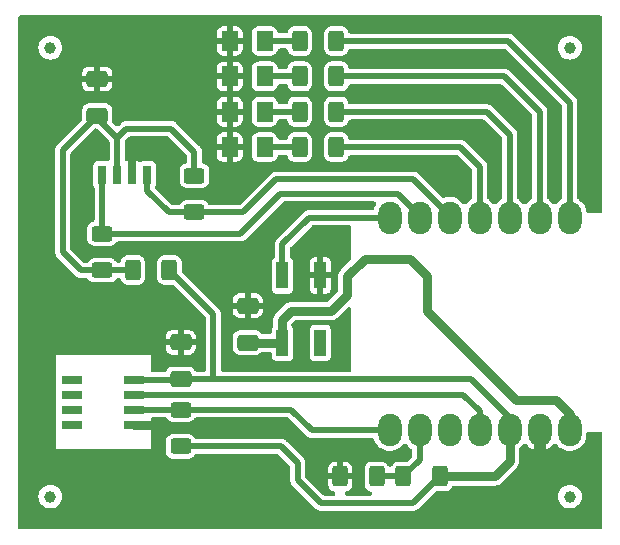
<source format=gbr>
%TF.GenerationSoftware,KiCad,Pcbnew,7.0.5*%
%TF.CreationDate,2023-08-01T17:52:27-04:00*%
%TF.ProjectId,Board_To_Be_Tested,426f6172-645f-4546-9f5f-42655f546573,rev?*%
%TF.SameCoordinates,Original*%
%TF.FileFunction,Copper,L1,Top*%
%TF.FilePolarity,Positive*%
%FSLAX46Y46*%
G04 Gerber Fmt 4.6, Leading zero omitted, Abs format (unit mm)*
G04 Created by KiCad (PCBNEW 7.0.5) date 2023-08-01 17:52:27*
%MOMM*%
%LPD*%
G01*
G04 APERTURE LIST*
G04 Aperture macros list*
%AMRoundRect*
0 Rectangle with rounded corners*
0 $1 Rounding radius*
0 $2 $3 $4 $5 $6 $7 $8 $9 X,Y pos of 4 corners*
0 Add a 4 corners polygon primitive as box body*
4,1,4,$2,$3,$4,$5,$6,$7,$8,$9,$2,$3,0*
0 Add four circle primitives for the rounded corners*
1,1,$1+$1,$2,$3*
1,1,$1+$1,$4,$5*
1,1,$1+$1,$6,$7*
1,1,$1+$1,$8,$9*
0 Add four rect primitives between the rounded corners*
20,1,$1+$1,$2,$3,$4,$5,0*
20,1,$1+$1,$4,$5,$6,$7,0*
20,1,$1+$1,$6,$7,$8,$9,0*
20,1,$1+$1,$8,$9,$2,$3,0*%
G04 Aperture macros list end*
%TA.AperFunction,SMDPad,CuDef*%
%ADD10RoundRect,0.250000X-0.650000X0.412500X-0.650000X-0.412500X0.650000X-0.412500X0.650000X0.412500X0*%
%TD*%
%TA.AperFunction,SMDPad,CuDef*%
%ADD11C,1.000000*%
%TD*%
%TA.AperFunction,SMDPad,CuDef*%
%ADD12RoundRect,0.250000X0.625000X-0.400000X0.625000X0.400000X-0.625000X0.400000X-0.625000X-0.400000X0*%
%TD*%
%TA.AperFunction,SMDPad,CuDef*%
%ADD13RoundRect,0.250000X-0.400000X-0.625000X0.400000X-0.625000X0.400000X0.625000X-0.400000X0.625000X0*%
%TD*%
%TA.AperFunction,SMDPad,CuDef*%
%ADD14RoundRect,0.250001X-0.462499X-0.624999X0.462499X-0.624999X0.462499X0.624999X-0.462499X0.624999X0*%
%TD*%
%TA.AperFunction,SMDPad,CuDef*%
%ADD15RoundRect,0.250000X0.650000X-0.412500X0.650000X0.412500X-0.650000X0.412500X-0.650000X-0.412500X0*%
%TD*%
%TA.AperFunction,SMDPad,CuDef*%
%ADD16R,1.000000X2.300000*%
%TD*%
%TA.AperFunction,SMDPad,CuDef*%
%ADD17R,1.800000X0.800000*%
%TD*%
%TA.AperFunction,SMDPad,CuDef*%
%ADD18RoundRect,1.000000X0.000000X0.375000X0.000000X-0.375000X0.000000X-0.375000X0.000000X0.375000X0*%
%TD*%
%TA.AperFunction,SMDPad,CuDef*%
%ADD19R,0.700000X1.600000*%
%TD*%
%TA.AperFunction,Conductor*%
%ADD20C,0.508000*%
%TD*%
%TA.AperFunction,Conductor*%
%ADD21C,1.016000*%
%TD*%
%TA.AperFunction,Conductor*%
%ADD22C,0.635000*%
%TD*%
%TA.AperFunction,Conductor*%
%ADD23C,0.762000*%
%TD*%
G04 APERTURE END LIST*
D10*
%TO.P,C3,1*%
%TO.N,GND*%
X131970000Y-69635000D03*
%TO.P,C3,2*%
%TO.N,/PWR*%
X131970000Y-72760000D03*
%TD*%
D11*
%TO.P,FID1,*%
%TO.N,*%
X128000000Y-67000000D03*
%TD*%
D12*
%TO.P,R7,1*%
%TO.N,+3V3*%
X139050000Y-100750000D03*
%TO.P,R7,2*%
%TO.N,/SHT_DATA*%
X139050000Y-97650000D03*
%TD*%
%TO.P,R8,1*%
%TO.N,/PWR*%
X132400000Y-85840000D03*
%TO.P,R8,2*%
%TO.N,/SCL*%
X132400000Y-82740000D03*
%TD*%
D13*
%TO.P,R5,1*%
%TO.N,GND*%
X152550000Y-103300000D03*
%TO.P,R5,2*%
%TO.N,/A0*%
X155650000Y-103300000D03*
%TD*%
D11*
%TO.P,FID2,*%
%TO.N,*%
X172000000Y-67000000D03*
%TD*%
D14*
%TO.P,D3,1,K*%
%TO.N,GND*%
X143195000Y-69420000D03*
%TO.P,D3,2,A*%
%TO.N,Net-(D3-A)*%
X146170000Y-69420000D03*
%TD*%
D13*
%TO.P,R1,1*%
%TO.N,Net-(D2-A)*%
X149132500Y-66420000D03*
%TO.P,R1,2*%
%TO.N,/LED1*%
X152232500Y-66420000D03*
%TD*%
D11*
%TO.P,FID4,*%
%TO.N,*%
X172000000Y-105000000D03*
%TD*%
D13*
%TO.P,R4,1*%
%TO.N,/A0*%
X157900000Y-103300000D03*
%TO.P,R4,2*%
%TO.N,+3V3*%
X161000000Y-103300000D03*
%TD*%
%TO.P,R2,1*%
%TO.N,Net-(D3-A)*%
X149132500Y-69420000D03*
%TO.P,R2,2*%
%TO.N,/LED2*%
X152232500Y-69420000D03*
%TD*%
D15*
%TO.P,C2,1*%
%TO.N,VBUS*%
X144730000Y-91962500D03*
%TO.P,C2,2*%
%TO.N,GND*%
X144730000Y-88837500D03*
%TD*%
D14*
%TO.P,D4,1,K*%
%TO.N,GND*%
X143195000Y-72420000D03*
%TO.P,D4,2,A*%
%TO.N,Net-(D4-A)*%
X146170000Y-72420000D03*
%TD*%
D13*
%TO.P,R6,1*%
%TO.N,Net-(D5-A)*%
X149132500Y-75420000D03*
%TO.P,R6,2*%
%TO.N,/LED4*%
X152232500Y-75420000D03*
%TD*%
D14*
%TO.P,D5,1,K*%
%TO.N,GND*%
X143195000Y-75420000D03*
%TO.P,D5,2,A*%
%TO.N,Net-(D5-A)*%
X146170000Y-75420000D03*
%TD*%
D16*
%TO.P,D1,1,VSS*%
%TO.N,GND*%
X150860000Y-86280000D03*
%TO.P,D1,2,DIN*%
%TO.N,/DIN*%
X147660000Y-86280000D03*
%TO.P,D1,3,VDD*%
%TO.N,VBUS*%
X147660000Y-91980000D03*
%TO.P,D1,4,DOUT*%
%TO.N,unconnected-(D1-DOUT-Pad4)*%
X150860000Y-91980000D03*
%TD*%
D17*
%TO.P,U1,1,GND*%
%TO.N,GND*%
X135090000Y-98905000D03*
%TO.P,U1,2,DATA*%
%TO.N,/SHT_DATA*%
X135090000Y-97635000D03*
%TO.P,U1,3,SCK*%
%TO.N,/SHT_CLK*%
X135090000Y-96365000D03*
%TO.P,U1,4,VDD*%
%TO.N,+3V3*%
X135090000Y-95095000D03*
%TO.P,U1,5*%
%TO.N,N/C*%
X129810000Y-95095000D03*
%TO.P,U1,6*%
X129810000Y-96365000D03*
%TO.P,U1,7*%
X129810000Y-97635000D03*
%TO.P,U1,8*%
X129810000Y-98905000D03*
%TD*%
D12*
%TO.P,R9,1*%
%TO.N,/SDA*%
X140210000Y-80930000D03*
%TO.P,R9,2*%
%TO.N,/PWR*%
X140210000Y-77830000D03*
%TD*%
D18*
%TO.P,U2,1,PA02_A0_D0*%
%TO.N,/LED1*%
X172000750Y-81384000D03*
%TO.P,U2,2,PA4_A1_D1*%
%TO.N,/LED2*%
X169460750Y-81384000D03*
%TO.P,U2,3,PA10_A2_D2*%
%TO.N,/LED3*%
X166920750Y-81384000D03*
%TO.P,U2,4,PA11_A3_D3*%
%TO.N,/LED4*%
X164380750Y-81384000D03*
%TO.P,U2,5,PA8_A4_D4_SDA*%
%TO.N,/SDA*%
X161840750Y-81384000D03*
%TO.P,U2,6,PA9_A5_D5_SCL*%
%TO.N,/SCL*%
X159300750Y-81384000D03*
%TO.P,U2,7,PB08_A6_D6_TX*%
%TO.N,/DIN*%
X156760750Y-81384000D03*
%TO.P,U2,8,PB09_A7_D7_RX*%
%TO.N,/SHT_DATA*%
X156760750Y-99384000D03*
%TO.P,U2,9,PA7_A8_D8_SCK*%
%TO.N,/A0*%
X159300750Y-99384000D03*
%TO.P,U2,10,PA5_A9_D9_MISO*%
%TO.N,unconnected-(U2-PA5_A9_D9_MISO-Pad10)*%
X161840750Y-99384000D03*
%TO.P,U2,11,PA6_A10_D10_MOSI*%
%TO.N,/SHT_CLK*%
X164380750Y-99384000D03*
%TO.P,U2,12,3V3*%
%TO.N,+3V3*%
X166920750Y-99384000D03*
%TO.P,U2,13,GND*%
%TO.N,GND*%
X169460750Y-99384000D03*
%TO.P,U2,14,5V*%
%TO.N,VBUS*%
X172000750Y-99384000D03*
%TD*%
D14*
%TO.P,D2,1,K*%
%TO.N,GND*%
X143195000Y-66420000D03*
%TO.P,D2,2,A*%
%TO.N,Net-(D2-A)*%
X146170000Y-66420000D03*
%TD*%
D13*
%TO.P,R10,1*%
%TO.N,/PWR*%
X135000000Y-85820000D03*
%TO.P,R10,2*%
%TO.N,+3V3*%
X138100000Y-85820000D03*
%TD*%
D11*
%TO.P,FID3,*%
%TO.N,*%
X128000000Y-105000000D03*
%TD*%
D15*
%TO.P,C1,1*%
%TO.N,+3V3*%
X139050000Y-95062500D03*
%TO.P,C1,2*%
%TO.N,GND*%
X139050000Y-91937500D03*
%TD*%
D19*
%TO.P,IC1,1,SCL*%
%TO.N,/SCL*%
X132390000Y-77800000D03*
%TO.P,IC1,2,VDD*%
%TO.N,/PWR*%
X133660000Y-77800000D03*
%TO.P,IC1,3,GND*%
%TO.N,GND*%
X134930000Y-77800000D03*
%TO.P,IC1,4,SDA*%
%TO.N,/SDA*%
X136200000Y-77800000D03*
%TD*%
D13*
%TO.P,R3,1*%
%TO.N,Net-(D4-A)*%
X149132500Y-72420000D03*
%TO.P,R3,2*%
%TO.N,/LED3*%
X152232500Y-72420000D03*
%TD*%
D20*
%TO.N,/PWR*%
X131970000Y-72930000D02*
X133660000Y-74620000D01*
X131970000Y-72760000D02*
X131970000Y-72930000D01*
X130110000Y-74620000D02*
X131970000Y-72760000D01*
X130100000Y-74620000D02*
X130110000Y-74620000D01*
D21*
%TO.N,GND*%
X169460750Y-99384000D02*
X169460750Y-102339250D01*
D22*
X134930000Y-75620000D02*
X135580000Y-74970000D01*
D23*
X135090000Y-98905000D02*
X136905000Y-98905000D01*
D22*
X134930000Y-77800000D02*
X134930000Y-76410000D01*
X134930000Y-76410000D02*
X134930000Y-75620000D01*
D23*
%TO.N,VBUS*%
X144747500Y-91980000D02*
X144730000Y-91962500D01*
X167400000Y-96800000D02*
X159900000Y-89300000D01*
X147660000Y-91980000D02*
X144747500Y-91980000D01*
X172000750Y-98000750D02*
X170800000Y-96800000D01*
X159900000Y-89300000D02*
X159900000Y-86310000D01*
X172000750Y-99384000D02*
X172000750Y-98000750D01*
X159900000Y-86310000D02*
X158470000Y-84880000D01*
X154620000Y-84880000D02*
X153150000Y-86350000D01*
X147660000Y-90010000D02*
X147660000Y-91980000D01*
X151790000Y-89290000D02*
X148380000Y-89290000D01*
X148380000Y-89290000D02*
X147660000Y-90010000D01*
X158470000Y-84880000D02*
X154620000Y-84880000D01*
X170800000Y-96800000D02*
X167400000Y-96800000D01*
X153150000Y-87930000D02*
X151790000Y-89290000D01*
X153150000Y-86350000D02*
X153150000Y-87930000D01*
D20*
%TO.N,/DIN*%
X147660000Y-83650000D02*
X149926000Y-81384000D01*
X149926000Y-81384000D02*
X156760750Y-81384000D01*
X147660000Y-86280000D02*
X147660000Y-83650000D01*
%TO.N,Net-(D2-A)*%
X146170000Y-66420000D02*
X149132500Y-66420000D01*
%TO.N,Net-(D3-A)*%
X146170000Y-69420000D02*
X149132500Y-69420000D01*
%TO.N,Net-(D4-A)*%
X146170000Y-72420000D02*
X149132500Y-72420000D01*
%TO.N,Net-(D5-A)*%
X146170000Y-75420000D02*
X149132500Y-75420000D01*
%TO.N,/LED1*%
X166790000Y-66430000D02*
X152242500Y-66430000D01*
X172000750Y-71640750D02*
X166790000Y-66430000D01*
X152242500Y-66430000D02*
X152232500Y-66420000D01*
X172000750Y-81384000D02*
X172000750Y-71640750D01*
%TO.N,/LED2*%
X152242500Y-69430000D02*
X152232500Y-69420000D01*
X166460000Y-69430000D02*
X152242500Y-69430000D01*
X169460750Y-72430750D02*
X166460000Y-69430000D01*
X169460750Y-81384000D02*
X169460750Y-72430750D01*
%TO.N,/LED3*%
X164970000Y-72430000D02*
X152242500Y-72430000D01*
X152242500Y-72430000D02*
X152232500Y-72420000D01*
X166920750Y-81384000D02*
X166920750Y-74380750D01*
X166920750Y-74380750D02*
X164970000Y-72430000D01*
%TO.N,/A0*%
X155650000Y-103300000D02*
X157900000Y-103300000D01*
X157900000Y-103300000D02*
X159300750Y-101899250D01*
X159300750Y-101899250D02*
X159300750Y-99384000D01*
%TO.N,+3V3*%
X166920750Y-98370750D02*
X166920750Y-99384000D01*
D23*
X165650000Y-103300000D02*
X166920750Y-102029250D01*
D20*
X141810000Y-95062500D02*
X141810000Y-89530000D01*
X139050000Y-95062500D02*
X141810000Y-95062500D01*
X139050000Y-100750000D02*
X147550000Y-100750000D01*
X163612500Y-95062500D02*
X166920750Y-98370750D01*
X161000000Y-103300000D02*
X158750000Y-105550000D01*
X147550000Y-100750000D02*
X148950000Y-102150000D01*
X148950000Y-102150000D02*
X148950000Y-103600000D01*
X150900000Y-105550000D02*
X148950000Y-103600000D01*
D23*
X161037500Y-103337500D02*
X161000000Y-103300000D01*
D20*
X141810000Y-95062500D02*
X163612500Y-95062500D01*
X135090000Y-95095000D02*
X139017500Y-95095000D01*
D23*
X161000000Y-103300000D02*
X165650000Y-103300000D01*
D20*
X158750000Y-105550000D02*
X150900000Y-105550000D01*
X139017500Y-95095000D02*
X139050000Y-95062500D01*
D23*
X166920750Y-102029250D02*
X166920750Y-99384000D01*
D20*
X141810000Y-89530000D02*
X138100000Y-85820000D01*
%TO.N,/LED4*%
X162720000Y-75430000D02*
X152242500Y-75430000D01*
X164380750Y-81384000D02*
X164380750Y-77090750D01*
X152242500Y-75430000D02*
X152232500Y-75420000D01*
X164380750Y-77090750D02*
X162720000Y-75430000D01*
%TO.N,/SHT_DATA*%
X135090000Y-97635000D02*
X139035000Y-97635000D01*
X139035000Y-97635000D02*
X139050000Y-97650000D01*
X148400000Y-97650000D02*
X150134000Y-99384000D01*
X150134000Y-99384000D02*
X156760750Y-99384000D01*
X139050000Y-97650000D02*
X148400000Y-97650000D01*
%TO.N,/SHT_CLK*%
X164380750Y-97780750D02*
X164380750Y-99384000D01*
X162965000Y-96365000D02*
X164380750Y-97780750D01*
X135090000Y-96365000D02*
X162965000Y-96365000D01*
%TO.N,/SCL*%
X132400000Y-82740000D02*
X144110000Y-82740000D01*
X132400000Y-82740000D02*
X132400000Y-77810000D01*
X132400000Y-77810000D02*
X132390000Y-77800000D01*
X159300750Y-81236761D02*
X159300750Y-81384000D01*
X144110000Y-82740000D02*
X147480000Y-79370000D01*
X147480000Y-79370000D02*
X157433989Y-79370000D01*
X157433989Y-79370000D02*
X159300750Y-81236761D01*
%TO.N,/SDA*%
X158733989Y-78130000D02*
X161840750Y-81236761D01*
X138040000Y-80930000D02*
X140210000Y-80930000D01*
X144350000Y-80930000D02*
X147150000Y-78130000D01*
X140210000Y-80930000D02*
X144350000Y-80930000D01*
X136200000Y-79090000D02*
X138040000Y-80930000D01*
X147150000Y-78130000D02*
X158733989Y-78130000D01*
X161840750Y-81236761D02*
X161840750Y-81384000D01*
X136200000Y-77800000D02*
X136200000Y-79090000D01*
%TO.N,/PWR*%
X130580000Y-85840000D02*
X132400000Y-85840000D01*
X140210000Y-77830000D02*
X140210000Y-75810000D01*
X132420000Y-85820000D02*
X132400000Y-85840000D01*
X130100000Y-74620000D02*
X129070000Y-75650000D01*
X135000000Y-85820000D02*
X132420000Y-85820000D01*
X133660000Y-74620000D02*
X133660000Y-74990000D01*
X138240000Y-73840000D02*
X134440000Y-73840000D01*
X133660000Y-74990000D02*
X133660000Y-77800000D01*
X129070000Y-75650000D02*
X129070000Y-84330000D01*
X134440000Y-73840000D02*
X133660000Y-74620000D01*
X140210000Y-75810000D02*
X138240000Y-73840000D01*
X129070000Y-84330000D02*
X130580000Y-85840000D01*
%TD*%
%TA.AperFunction,Conductor*%
%TO.N,GND*%
G36*
X174638221Y-64273266D02*
G01*
X174704157Y-64325849D01*
X174740749Y-64401832D01*
X174745500Y-64444000D01*
X174745500Y-80810500D01*
X174726734Y-80892721D01*
X174674151Y-80958657D01*
X174598168Y-80995249D01*
X174556000Y-81000000D01*
X173562471Y-81000000D01*
X173480250Y-80981234D01*
X173414314Y-80928651D01*
X173377722Y-80852668D01*
X173376419Y-80846483D01*
X173334791Y-80631243D01*
X173334790Y-80631242D01*
X173334789Y-80631233D01*
X173251757Y-80411213D01*
X173155114Y-80246525D01*
X173132736Y-80208390D01*
X173021830Y-80076849D01*
X172981150Y-80028600D01*
X172801359Y-79877014D01*
X172801358Y-79877013D01*
X172729839Y-79835043D01*
X172668425Y-79777244D01*
X172638171Y-79698522D01*
X172636250Y-79671607D01*
X172636250Y-71731830D01*
X172638329Y-71712993D01*
X172637336Y-71712900D01*
X172638458Y-71701028D01*
X172636297Y-71632281D01*
X172636250Y-71629304D01*
X172636250Y-71600768D01*
X172636250Y-71600767D01*
X172635553Y-71595256D01*
X172634854Y-71586362D01*
X172633414Y-71540547D01*
X172633414Y-71540545D01*
X172629131Y-71525805D01*
X172623101Y-71496689D01*
X172621177Y-71481451D01*
X172621175Y-71481447D01*
X172621174Y-71481442D01*
X172604301Y-71438828D01*
X172601407Y-71430376D01*
X172597074Y-71415463D01*
X172588619Y-71386357D01*
X172580800Y-71373136D01*
X172567718Y-71346431D01*
X172562069Y-71332162D01*
X172562067Y-71332159D01*
X172535120Y-71295069D01*
X172530217Y-71287604D01*
X172506885Y-71248153D01*
X172506884Y-71248151D01*
X172496020Y-71237287D01*
X172476713Y-71214680D01*
X172474252Y-71211293D01*
X172467692Y-71202263D01*
X172432375Y-71173046D01*
X172425768Y-71167035D01*
X168258733Y-67000000D01*
X170994659Y-67000000D01*
X171013976Y-67196136D01*
X171071185Y-67384727D01*
X171164088Y-67558535D01*
X171164090Y-67558538D01*
X171289117Y-67710883D01*
X171441462Y-67835910D01*
X171441464Y-67835911D01*
X171615272Y-67928814D01*
X171803863Y-67986023D01*
X171803865Y-67986023D01*
X171803868Y-67986024D01*
X172000000Y-68005341D01*
X172196132Y-67986024D01*
X172196134Y-67986023D01*
X172196136Y-67986023D01*
X172384727Y-67928814D01*
X172558538Y-67835910D01*
X172710883Y-67710883D01*
X172835910Y-67558538D01*
X172928814Y-67384727D01*
X172955247Y-67297589D01*
X172986023Y-67196136D01*
X172986023Y-67196134D01*
X172986024Y-67196132D01*
X173005341Y-67000000D01*
X172986024Y-66803868D01*
X172986023Y-66803865D01*
X172986023Y-66803863D01*
X172928814Y-66615272D01*
X172835911Y-66441464D01*
X172835910Y-66441462D01*
X172710883Y-66289117D01*
X172558538Y-66164090D01*
X172558536Y-66164089D01*
X172558535Y-66164088D01*
X172384727Y-66071185D01*
X172196136Y-66013976D01*
X172000000Y-65994659D01*
X171803863Y-66013976D01*
X171615272Y-66071185D01*
X171441464Y-66164088D01*
X171289120Y-66289114D01*
X171289114Y-66289120D01*
X171164088Y-66441464D01*
X171071185Y-66615272D01*
X171013976Y-66803863D01*
X170994659Y-67000000D01*
X168258733Y-67000000D01*
X167303768Y-66045035D01*
X167291921Y-66030244D01*
X167291151Y-66030882D01*
X167283554Y-66021699D01*
X167283553Y-66021697D01*
X167254760Y-65994659D01*
X167233403Y-65974603D01*
X167231265Y-65972531D01*
X167211092Y-65952359D01*
X167206713Y-65948962D01*
X167199922Y-65943162D01*
X167166503Y-65911780D01*
X167153051Y-65904385D01*
X167128201Y-65888062D01*
X167116066Y-65878649D01*
X167073993Y-65860443D01*
X167065973Y-65856514D01*
X167025803Y-65834431D01*
X167025802Y-65834430D01*
X167010927Y-65830611D01*
X166982803Y-65820982D01*
X166968712Y-65814884D01*
X166968701Y-65814881D01*
X166923431Y-65807711D01*
X166914687Y-65805901D01*
X166870282Y-65794500D01*
X166854931Y-65794500D01*
X166825287Y-65792167D01*
X166810119Y-65789764D01*
X166764482Y-65794079D01*
X166755560Y-65794500D01*
X153432246Y-65794500D01*
X153350025Y-65775734D01*
X153284089Y-65723151D01*
X153250271Y-65657871D01*
X153216668Y-65542208D01*
X153135449Y-65404873D01*
X153022627Y-65292051D01*
X152885292Y-65210832D01*
X152732074Y-65166318D01*
X152696270Y-65163500D01*
X151768730Y-65163500D01*
X151762365Y-65164001D01*
X151732926Y-65166318D01*
X151579705Y-65210833D01*
X151442375Y-65292049D01*
X151329549Y-65404875D01*
X151248333Y-65542205D01*
X151248332Y-65542207D01*
X151248332Y-65542208D01*
X151203818Y-65695426D01*
X151201000Y-65731230D01*
X151201000Y-67108770D01*
X151201759Y-67118410D01*
X151203818Y-67144573D01*
X151248333Y-67297794D01*
X151329548Y-67435123D01*
X151329551Y-67435127D01*
X151442373Y-67547949D01*
X151579708Y-67629168D01*
X151732926Y-67673682D01*
X151768730Y-67676500D01*
X151768731Y-67676500D01*
X152696269Y-67676500D01*
X152696270Y-67676500D01*
X152732074Y-67673682D01*
X152885292Y-67629168D01*
X153022627Y-67547949D01*
X153135449Y-67435127D01*
X153216668Y-67297792D01*
X153234204Y-67237430D01*
X153244461Y-67202130D01*
X153285421Y-67128410D01*
X153354312Y-67079762D01*
X153426436Y-67065500D01*
X166448274Y-67065500D01*
X166530495Y-67084266D01*
X166582271Y-67121003D01*
X171309747Y-71848478D01*
X171354616Y-71919887D01*
X171365250Y-71982475D01*
X171365250Y-79671607D01*
X171346484Y-79753828D01*
X171293901Y-79819764D01*
X171271661Y-79835043D01*
X171200140Y-79877014D01*
X171020353Y-80028597D01*
X171020352Y-80028598D01*
X171020350Y-80028600D01*
X170915607Y-80152832D01*
X170875628Y-80200250D01*
X170808281Y-80251013D01*
X170725579Y-80267528D01*
X170643900Y-80246525D01*
X170585872Y-80200250D01*
X170441150Y-80028600D01*
X170261359Y-79877014D01*
X170261357Y-79877013D01*
X170189839Y-79835043D01*
X170128425Y-79777244D01*
X170098171Y-79698522D01*
X170096250Y-79671607D01*
X170096250Y-72521830D01*
X170098329Y-72502993D01*
X170097336Y-72502900D01*
X170098458Y-72491028D01*
X170096297Y-72422281D01*
X170096250Y-72419304D01*
X170096250Y-72390768D01*
X170096250Y-72390767D01*
X170095553Y-72385256D01*
X170094854Y-72376362D01*
X170093414Y-72330547D01*
X170093414Y-72330545D01*
X170089131Y-72315805D01*
X170083101Y-72286689D01*
X170081177Y-72271451D01*
X170081175Y-72271447D01*
X170081174Y-72271442D01*
X170064301Y-72228828D01*
X170061407Y-72220376D01*
X170048619Y-72176358D01*
X170048619Y-72176357D01*
X170040800Y-72163136D01*
X170027718Y-72136431D01*
X170022069Y-72122162D01*
X170022067Y-72122159D01*
X169995120Y-72085069D01*
X169990217Y-72077604D01*
X169966885Y-72038153D01*
X169966884Y-72038151D01*
X169956020Y-72027287D01*
X169936713Y-72004680D01*
X169927691Y-71992262D01*
X169927690Y-71992261D01*
X169892375Y-71963046D01*
X169885768Y-71957035D01*
X166973768Y-69045035D01*
X166961921Y-69030244D01*
X166961151Y-69030882D01*
X166953554Y-69021699D01*
X166953553Y-69021697D01*
X166903403Y-68974603D01*
X166901265Y-68972531D01*
X166881092Y-68952359D01*
X166876713Y-68948962D01*
X166869922Y-68943162D01*
X166836503Y-68911780D01*
X166823051Y-68904385D01*
X166798201Y-68888062D01*
X166786066Y-68878649D01*
X166743993Y-68860443D01*
X166735973Y-68856514D01*
X166695803Y-68834431D01*
X166695802Y-68834430D01*
X166680927Y-68830611D01*
X166652803Y-68820982D01*
X166638712Y-68814884D01*
X166638701Y-68814881D01*
X166593431Y-68807711D01*
X166584687Y-68805901D01*
X166540282Y-68794500D01*
X166524931Y-68794500D01*
X166495287Y-68792167D01*
X166480119Y-68789764D01*
X166434482Y-68794079D01*
X166425560Y-68794500D01*
X153432246Y-68794500D01*
X153350025Y-68775734D01*
X153284089Y-68723151D01*
X153250271Y-68657871D01*
X153216668Y-68542208D01*
X153135449Y-68404873D01*
X153022627Y-68292051D01*
X152885292Y-68210832D01*
X152732074Y-68166318D01*
X152696270Y-68163500D01*
X151768730Y-68163500D01*
X151762365Y-68164001D01*
X151732926Y-68166318D01*
X151579705Y-68210833D01*
X151442375Y-68292049D01*
X151329549Y-68404875D01*
X151248333Y-68542205D01*
X151248332Y-68542207D01*
X151248332Y-68542208D01*
X151203818Y-68695426D01*
X151201000Y-68731230D01*
X151201000Y-70108770D01*
X151203818Y-70144574D01*
X151204522Y-70146998D01*
X151248333Y-70297794D01*
X151329548Y-70435123D01*
X151329551Y-70435127D01*
X151442373Y-70547949D01*
X151579708Y-70629168D01*
X151732926Y-70673682D01*
X151768730Y-70676500D01*
X151768731Y-70676500D01*
X152696269Y-70676500D01*
X152696270Y-70676500D01*
X152732074Y-70673682D01*
X152885292Y-70629168D01*
X153022627Y-70547949D01*
X153135449Y-70435127D01*
X153216668Y-70297792D01*
X153234204Y-70237430D01*
X153244461Y-70202130D01*
X153285421Y-70128410D01*
X153354312Y-70079762D01*
X153426436Y-70065500D01*
X166118274Y-70065500D01*
X166200495Y-70084266D01*
X166252271Y-70121003D01*
X168769747Y-72638479D01*
X168814616Y-72709888D01*
X168825250Y-72772476D01*
X168825250Y-79671607D01*
X168806484Y-79753828D01*
X168753901Y-79819764D01*
X168731661Y-79835043D01*
X168660140Y-79877014D01*
X168480353Y-80028597D01*
X168480352Y-80028598D01*
X168480350Y-80028600D01*
X168375607Y-80152832D01*
X168335628Y-80200250D01*
X168268281Y-80251013D01*
X168185579Y-80267528D01*
X168103900Y-80246525D01*
X168045872Y-80200250D01*
X167901150Y-80028600D01*
X167721359Y-79877014D01*
X167721357Y-79877013D01*
X167649839Y-79835043D01*
X167588425Y-79777244D01*
X167558171Y-79698522D01*
X167556250Y-79671607D01*
X167556250Y-74471830D01*
X167558329Y-74452993D01*
X167557336Y-74452900D01*
X167558456Y-74441037D01*
X167558458Y-74441031D01*
X167557209Y-74401284D01*
X167556297Y-74372235D01*
X167556250Y-74369260D01*
X167556250Y-74340769D01*
X167555557Y-74335285D01*
X167554855Y-74326372D01*
X167554626Y-74319090D01*
X167553415Y-74280545D01*
X167549129Y-74265796D01*
X167543101Y-74236683D01*
X167541177Y-74221451D01*
X167524298Y-74178820D01*
X167521410Y-74170385D01*
X167508619Y-74126357D01*
X167500801Y-74113137D01*
X167487719Y-74086433D01*
X167486149Y-74082467D01*
X167482069Y-74072162D01*
X167455119Y-74035068D01*
X167450220Y-74027610D01*
X167426884Y-73988152D01*
X167416029Y-73977297D01*
X167396718Y-73954686D01*
X167387692Y-73942263D01*
X167387690Y-73942261D01*
X167352369Y-73913041D01*
X167345762Y-73907030D01*
X166494232Y-73055500D01*
X165483764Y-72045031D01*
X165471924Y-72030241D01*
X165471151Y-72030882D01*
X165463554Y-72021699D01*
X165463553Y-72021697D01*
X165413403Y-71974603D01*
X165411265Y-71972531D01*
X165391092Y-71952359D01*
X165386713Y-71948962D01*
X165379922Y-71943162D01*
X165346503Y-71911780D01*
X165333051Y-71904385D01*
X165308201Y-71888062D01*
X165296066Y-71878649D01*
X165253993Y-71860443D01*
X165245973Y-71856514D01*
X165205803Y-71834431D01*
X165205802Y-71834430D01*
X165190927Y-71830611D01*
X165162803Y-71820982D01*
X165148712Y-71814884D01*
X165148701Y-71814881D01*
X165103431Y-71807711D01*
X165094687Y-71805901D01*
X165050282Y-71794500D01*
X165034931Y-71794500D01*
X165005287Y-71792167D01*
X164990119Y-71789764D01*
X164944482Y-71794079D01*
X164935560Y-71794500D01*
X153432246Y-71794500D01*
X153350025Y-71775734D01*
X153284089Y-71723151D01*
X153250271Y-71657871D01*
X153216668Y-71542208D01*
X153135449Y-71404873D01*
X153022627Y-71292051D01*
X153015107Y-71287604D01*
X152885294Y-71210833D01*
X152885293Y-71210832D01*
X152885292Y-71210832D01*
X152732074Y-71166318D01*
X152696270Y-71163500D01*
X151768730Y-71163500D01*
X151762365Y-71164001D01*
X151732926Y-71166318D01*
X151579705Y-71210833D01*
X151442375Y-71292049D01*
X151329549Y-71404875D01*
X151248333Y-71542205D01*
X151248332Y-71542207D01*
X151248332Y-71542208D01*
X151203818Y-71695426D01*
X151201000Y-71731230D01*
X151201000Y-73108770D01*
X151203818Y-73144574D01*
X151240860Y-73272074D01*
X151248333Y-73297794D01*
X151329548Y-73435123D01*
X151329551Y-73435127D01*
X151442373Y-73547949D01*
X151579708Y-73629168D01*
X151732926Y-73673682D01*
X151768730Y-73676500D01*
X151768731Y-73676500D01*
X152696269Y-73676500D01*
X152696270Y-73676500D01*
X152732074Y-73673682D01*
X152885292Y-73629168D01*
X153022627Y-73547949D01*
X153135449Y-73435127D01*
X153216668Y-73297792D01*
X153237851Y-73224881D01*
X153244461Y-73202130D01*
X153285421Y-73128410D01*
X153354312Y-73079762D01*
X153426436Y-73065500D01*
X164628274Y-73065500D01*
X164710495Y-73084266D01*
X164762271Y-73121003D01*
X166229747Y-74588479D01*
X166274616Y-74659888D01*
X166285250Y-74722476D01*
X166285250Y-79671607D01*
X166266484Y-79753828D01*
X166213901Y-79819764D01*
X166191661Y-79835043D01*
X166120140Y-79877014D01*
X165940353Y-80028597D01*
X165940352Y-80028598D01*
X165940350Y-80028600D01*
X165835607Y-80152832D01*
X165795628Y-80200250D01*
X165728281Y-80251013D01*
X165645579Y-80267528D01*
X165563900Y-80246525D01*
X165505872Y-80200250D01*
X165361150Y-80028600D01*
X165262982Y-79945832D01*
X165181361Y-79877015D01*
X165109839Y-79835044D01*
X165048425Y-79777245D01*
X165018170Y-79698523D01*
X165016249Y-79671607D01*
X165016249Y-78482792D01*
X165016249Y-77181821D01*
X165018336Y-77162994D01*
X165017336Y-77162900D01*
X165018456Y-77151037D01*
X165018458Y-77151031D01*
X165017209Y-77111284D01*
X165016297Y-77082235D01*
X165016250Y-77079260D01*
X165016250Y-77050769D01*
X165015557Y-77045285D01*
X165014855Y-77036372D01*
X165014626Y-77029090D01*
X165013415Y-76990545D01*
X165009129Y-76975796D01*
X165003101Y-76946683D01*
X165001177Y-76931451D01*
X164984298Y-76888820D01*
X164981410Y-76880385D01*
X164968619Y-76836357D01*
X164960801Y-76823137D01*
X164947719Y-76796433D01*
X164942069Y-76782162D01*
X164942067Y-76782159D01*
X164915120Y-76745069D01*
X164910217Y-76737604D01*
X164886885Y-76698153D01*
X164886884Y-76698151D01*
X164876020Y-76687287D01*
X164856713Y-76664680D01*
X164847691Y-76652262D01*
X164847690Y-76652261D01*
X164812375Y-76623046D01*
X164805768Y-76617035D01*
X163233768Y-75045035D01*
X163221921Y-75030244D01*
X163221151Y-75030882D01*
X163213554Y-75021699D01*
X163213553Y-75021697D01*
X163163403Y-74974603D01*
X163161265Y-74972531D01*
X163141092Y-74952359D01*
X163136713Y-74948962D01*
X163129922Y-74943162D01*
X163096503Y-74911780D01*
X163083051Y-74904385D01*
X163058201Y-74888062D01*
X163046066Y-74878649D01*
X163003993Y-74860443D01*
X162995973Y-74856514D01*
X162955803Y-74834431D01*
X162955802Y-74834430D01*
X162940927Y-74830611D01*
X162912803Y-74820982D01*
X162898712Y-74814884D01*
X162898701Y-74814881D01*
X162853431Y-74807711D01*
X162844687Y-74805901D01*
X162800282Y-74794500D01*
X162784931Y-74794500D01*
X162755287Y-74792167D01*
X162740119Y-74789764D01*
X162694482Y-74794079D01*
X162685560Y-74794500D01*
X153432246Y-74794500D01*
X153350025Y-74775734D01*
X153284089Y-74723151D01*
X153250271Y-74657871D01*
X153216668Y-74542208D01*
X153135449Y-74404873D01*
X153022627Y-74292051D01*
X153003171Y-74280545D01*
X152885294Y-74210833D01*
X152885293Y-74210832D01*
X152885292Y-74210832D01*
X152732074Y-74166318D01*
X152696270Y-74163500D01*
X151768730Y-74163500D01*
X151762365Y-74164001D01*
X151732926Y-74166318D01*
X151579705Y-74210833D01*
X151442375Y-74292049D01*
X151329549Y-74404875D01*
X151248333Y-74542205D01*
X151248332Y-74542207D01*
X151248332Y-74542208D01*
X151203818Y-74695426D01*
X151201000Y-74731230D01*
X151201000Y-76108770D01*
X151201759Y-76118410D01*
X151203818Y-76144573D01*
X151248333Y-76297794D01*
X151329548Y-76435123D01*
X151329551Y-76435127D01*
X151442373Y-76547949D01*
X151579708Y-76629168D01*
X151732926Y-76673682D01*
X151768730Y-76676500D01*
X151768731Y-76676500D01*
X152696269Y-76676500D01*
X152696270Y-76676500D01*
X152732074Y-76673682D01*
X152885292Y-76629168D01*
X153022627Y-76547949D01*
X153135449Y-76435127D01*
X153216668Y-76297792D01*
X153234204Y-76237430D01*
X153244461Y-76202130D01*
X153285421Y-76128410D01*
X153354312Y-76079762D01*
X153426436Y-76065500D01*
X162378274Y-76065500D01*
X162460495Y-76084266D01*
X162512271Y-76121003D01*
X163689747Y-77298479D01*
X163734616Y-77369888D01*
X163745250Y-77432476D01*
X163745250Y-79671607D01*
X163726484Y-79753828D01*
X163673901Y-79819764D01*
X163651661Y-79835043D01*
X163580140Y-79877014D01*
X163400353Y-80028597D01*
X163400352Y-80028598D01*
X163400350Y-80028600D01*
X163295607Y-80152832D01*
X163255628Y-80200250D01*
X163188281Y-80251013D01*
X163105579Y-80267528D01*
X163023900Y-80246525D01*
X162965872Y-80200250D01*
X162821150Y-80028600D01*
X162722982Y-79945832D01*
X162641359Y-79877013D01*
X162471342Y-79777244D01*
X162438537Y-79757993D01*
X162438535Y-79757992D01*
X162438533Y-79757991D01*
X162218521Y-79674962D01*
X162218506Y-79674958D01*
X161987640Y-79630308D01*
X161987624Y-79630306D01*
X161934794Y-79627500D01*
X161746724Y-79627500D01*
X161746680Y-79627502D01*
X161693875Y-79630305D01*
X161462993Y-79674958D01*
X161462978Y-79674962D01*
X161370276Y-79709947D01*
X161286725Y-79721420D01*
X161206470Y-79695504D01*
X161169371Y-79666649D01*
X159247757Y-77745035D01*
X159235910Y-77730244D01*
X159235140Y-77730882D01*
X159227543Y-77721699D01*
X159227542Y-77721697D01*
X159177392Y-77674603D01*
X159175254Y-77672531D01*
X159155081Y-77652359D01*
X159150702Y-77648962D01*
X159143911Y-77643162D01*
X159110492Y-77611780D01*
X159097040Y-77604385D01*
X159072190Y-77588062D01*
X159060055Y-77578649D01*
X159017982Y-77560443D01*
X159009962Y-77556514D01*
X158969792Y-77534431D01*
X158969791Y-77534430D01*
X158954916Y-77530611D01*
X158926792Y-77520982D01*
X158912701Y-77514884D01*
X158912690Y-77514881D01*
X158867420Y-77507711D01*
X158858676Y-77505901D01*
X158814271Y-77494500D01*
X158798920Y-77494500D01*
X158769276Y-77492167D01*
X158754108Y-77489764D01*
X158708471Y-77494079D01*
X158699549Y-77494500D01*
X147241086Y-77494500D01*
X147222245Y-77492420D01*
X147222152Y-77493413D01*
X147210279Y-77492290D01*
X147154115Y-77494056D01*
X147141484Y-77494453D01*
X147138523Y-77494500D01*
X147110007Y-77494500D01*
X147104508Y-77495195D01*
X147095614Y-77495894D01*
X147049797Y-77497334D01*
X147035035Y-77501622D01*
X147005941Y-77507646D01*
X146990711Y-77509570D01*
X146990693Y-77509575D01*
X146948072Y-77526449D01*
X146939627Y-77529340D01*
X146895613Y-77542128D01*
X146895603Y-77542132D01*
X146882380Y-77549952D01*
X146855695Y-77563024D01*
X146841417Y-77568677D01*
X146841414Y-77568679D01*
X146804316Y-77595630D01*
X146796859Y-77600528D01*
X146757403Y-77623864D01*
X146757396Y-77623870D01*
X146746543Y-77634723D01*
X146723940Y-77654029D01*
X146711511Y-77663059D01*
X146682287Y-77698383D01*
X146676278Y-77704986D01*
X144142270Y-80238997D01*
X144070861Y-80283866D01*
X144008273Y-80294500D01*
X141537484Y-80294500D01*
X141455263Y-80275734D01*
X141389327Y-80223151D01*
X141374373Y-80201463D01*
X141337950Y-80139875D01*
X141337949Y-80139873D01*
X141225127Y-80027051D01*
X141206667Y-80016134D01*
X141087794Y-79945833D01*
X141087793Y-79945832D01*
X141087792Y-79945832D01*
X140934574Y-79901318D01*
X140898770Y-79898500D01*
X139521230Y-79898500D01*
X139485425Y-79901318D01*
X139485426Y-79901318D01*
X139332205Y-79945833D01*
X139194875Y-80027049D01*
X139082049Y-80139875D01*
X139045627Y-80201463D01*
X138987620Y-80262681D01*
X138908796Y-80292669D01*
X138882516Y-80294500D01*
X138381726Y-80294500D01*
X138299505Y-80275734D01*
X138247729Y-80238997D01*
X136950172Y-78941439D01*
X136905303Y-78870030D01*
X136895861Y-78786225D01*
X136913925Y-78724213D01*
X136920694Y-78710365D01*
X136920695Y-78710364D01*
X136920695Y-78710362D01*
X136920696Y-78710361D01*
X136931500Y-78636206D01*
X136931500Y-76963794D01*
X136920696Y-76889639D01*
X136920695Y-76889637D01*
X136920695Y-76889635D01*
X136920694Y-76889634D01*
X136868153Y-76782162D01*
X136864776Y-76775254D01*
X136774746Y-76685224D01*
X136774742Y-76685222D01*
X136660365Y-76629305D01*
X136660364Y-76629304D01*
X136586212Y-76618500D01*
X136586206Y-76618500D01*
X135813794Y-76618500D01*
X135813787Y-76618500D01*
X135739636Y-76629304D01*
X135647658Y-76674270D01*
X135565549Y-76693522D01*
X135483219Y-76675241D01*
X135481202Y-76674270D01*
X135390218Y-76629791D01*
X135390215Y-76629790D01*
X135316164Y-76619000D01*
X134543832Y-76619000D01*
X134512321Y-76623592D01*
X134428253Y-76616876D01*
X134355425Y-76574349D01*
X134308261Y-76504435D01*
X134295500Y-76436072D01*
X134295500Y-74961726D01*
X134314266Y-74879505D01*
X134351003Y-74827729D01*
X134647730Y-74531003D01*
X134719139Y-74486134D01*
X134781727Y-74475500D01*
X137898274Y-74475500D01*
X137980495Y-74494266D01*
X138032271Y-74531003D01*
X139518997Y-76017729D01*
X139563866Y-76089138D01*
X139574500Y-76151726D01*
X139574500Y-76633159D01*
X139555734Y-76715380D01*
X139503151Y-76781316D01*
X139437869Y-76815134D01*
X139332208Y-76845831D01*
X139194875Y-76927049D01*
X139082049Y-77039875D01*
X139000833Y-77177205D01*
X139000832Y-77177207D01*
X139000832Y-77177208D01*
X138956318Y-77330426D01*
X138953500Y-77366230D01*
X138953500Y-78293770D01*
X138956318Y-78329574D01*
X139000832Y-78482792D01*
X139082051Y-78620127D01*
X139194873Y-78732949D01*
X139332208Y-78814168D01*
X139485426Y-78858682D01*
X139521230Y-78861500D01*
X139521231Y-78861500D01*
X140898769Y-78861500D01*
X140898770Y-78861500D01*
X140934574Y-78858682D01*
X141087792Y-78814168D01*
X141225127Y-78732949D01*
X141337949Y-78620127D01*
X141419168Y-78482792D01*
X141463682Y-78329574D01*
X141466500Y-78293770D01*
X141466500Y-77366230D01*
X141463682Y-77330426D01*
X141419168Y-77177208D01*
X141337949Y-77039873D01*
X141225127Y-76927051D01*
X141225124Y-76927049D01*
X141087791Y-76845831D01*
X140982131Y-76815134D01*
X140908410Y-76774174D01*
X140859762Y-76705284D01*
X140845500Y-76633159D01*
X140845500Y-76108722D01*
X142101500Y-76108722D01*
X142104315Y-76144497D01*
X142104316Y-76144500D01*
X142148792Y-76297588D01*
X142148793Y-76297589D01*
X142229945Y-76434811D01*
X142229947Y-76434814D01*
X142342685Y-76547552D01*
X142342688Y-76547554D01*
X142479910Y-76628706D01*
X142479911Y-76628707D01*
X142632999Y-76673183D01*
X142633002Y-76673184D01*
X142668777Y-76676000D01*
X142940999Y-76676000D01*
X142941000Y-76675999D01*
X143449000Y-76675999D01*
X143449001Y-76676000D01*
X143721223Y-76676000D01*
X143756997Y-76673184D01*
X143757000Y-76673183D01*
X143910088Y-76628707D01*
X143910089Y-76628706D01*
X144047311Y-76547554D01*
X144047314Y-76547552D01*
X144160052Y-76434814D01*
X144160054Y-76434811D01*
X144241206Y-76297589D01*
X144241207Y-76297588D01*
X144285683Y-76144500D01*
X144285684Y-76144497D01*
X144288496Y-76108768D01*
X145076000Y-76108768D01*
X145076001Y-76108776D01*
X145078816Y-76144564D01*
X145078817Y-76144570D01*
X145078818Y-76144573D01*
X145123332Y-76297792D01*
X145155149Y-76351592D01*
X145204549Y-76435123D01*
X145204550Y-76435124D01*
X145204552Y-76435127D01*
X145317373Y-76547948D01*
X145454708Y-76629168D01*
X145607927Y-76673682D01*
X145643731Y-76676500D01*
X146696268Y-76676499D01*
X146716295Y-76674923D01*
X146732064Y-76673683D01*
X146732067Y-76673682D01*
X146732073Y-76673682D01*
X146885292Y-76629168D01*
X147022627Y-76547948D01*
X147135448Y-76435127D01*
X147216668Y-76297792D01*
X147224820Y-76269731D01*
X147247366Y-76192131D01*
X147288326Y-76118410D01*
X147357216Y-76069762D01*
X147429341Y-76055500D01*
X147935659Y-76055500D01*
X148017880Y-76074266D01*
X148083816Y-76126849D01*
X148117634Y-76192131D01*
X148148331Y-76297791D01*
X148229549Y-76435124D01*
X148229551Y-76435127D01*
X148342373Y-76547949D01*
X148479708Y-76629168D01*
X148632926Y-76673682D01*
X148668730Y-76676500D01*
X148668731Y-76676500D01*
X149596269Y-76676500D01*
X149596270Y-76676500D01*
X149632074Y-76673682D01*
X149785292Y-76629168D01*
X149922627Y-76547949D01*
X150035449Y-76435127D01*
X150116668Y-76297792D01*
X150161182Y-76144574D01*
X150164000Y-76108770D01*
X150164000Y-74731230D01*
X150161182Y-74695426D01*
X150116668Y-74542208D01*
X150035449Y-74404873D01*
X149922627Y-74292051D01*
X149903171Y-74280545D01*
X149785294Y-74210833D01*
X149785293Y-74210832D01*
X149785292Y-74210832D01*
X149632074Y-74166318D01*
X149596270Y-74163500D01*
X148668730Y-74163500D01*
X148662365Y-74164001D01*
X148632926Y-74166318D01*
X148479705Y-74210833D01*
X148342375Y-74292049D01*
X148229549Y-74404875D01*
X148148331Y-74542208D01*
X148117634Y-74647869D01*
X148076674Y-74721590D01*
X148007784Y-74770238D01*
X147935659Y-74784500D01*
X147429340Y-74784500D01*
X147347119Y-74765734D01*
X147281183Y-74713151D01*
X147247365Y-74647869D01*
X147216668Y-74542208D01*
X147156832Y-74441031D01*
X147135450Y-74404876D01*
X147135449Y-74404875D01*
X147135448Y-74404873D01*
X147022627Y-74292052D01*
X147022624Y-74292050D01*
X147022623Y-74292049D01*
X146885294Y-74210833D01*
X146885293Y-74210832D01*
X146885292Y-74210832D01*
X146732073Y-74166318D01*
X146696269Y-74163500D01*
X146696267Y-74163500D01*
X145643731Y-74163500D01*
X145643723Y-74163501D01*
X145607935Y-74166316D01*
X145607929Y-74166317D01*
X145531989Y-74188380D01*
X145454708Y-74210832D01*
X145454706Y-74210832D01*
X145454706Y-74210833D01*
X145317376Y-74292049D01*
X145204549Y-74404876D01*
X145123333Y-74542205D01*
X145078818Y-74695426D01*
X145076000Y-74731232D01*
X145076000Y-76108768D01*
X144288496Y-76108768D01*
X144288500Y-76108722D01*
X144288500Y-75674001D01*
X144288499Y-75674000D01*
X143449001Y-75674000D01*
X143449000Y-75674001D01*
X143449000Y-76675999D01*
X142941000Y-76675999D01*
X142941000Y-75674001D01*
X142940999Y-75674000D01*
X142101501Y-75674000D01*
X142101500Y-75674001D01*
X142101500Y-76108722D01*
X140845500Y-76108722D01*
X140845500Y-75901085D01*
X140847580Y-75882245D01*
X140846587Y-75882152D01*
X140847709Y-75870279D01*
X140845547Y-75801499D01*
X140845500Y-75798522D01*
X140845500Y-75770020D01*
X140844807Y-75764536D01*
X140844105Y-75755623D01*
X140843796Y-75745823D01*
X140842665Y-75709795D01*
X140838379Y-75695046D01*
X140832351Y-75665933D01*
X140830427Y-75650701D01*
X140813548Y-75608070D01*
X140810662Y-75599641D01*
X140797869Y-75555607D01*
X140790049Y-75542384D01*
X140776973Y-75515692D01*
X140771319Y-75501412D01*
X140771315Y-75501406D01*
X140744372Y-75464322D01*
X140739468Y-75456856D01*
X140716136Y-75417404D01*
X140716135Y-75417402D01*
X140705270Y-75406537D01*
X140685963Y-75383930D01*
X140676941Y-75371512D01*
X140676940Y-75371511D01*
X140641625Y-75342296D01*
X140635018Y-75336285D01*
X140464732Y-75165999D01*
X142101500Y-75165999D01*
X142101501Y-75166000D01*
X142940999Y-75166000D01*
X142941000Y-75165999D01*
X143449000Y-75165999D01*
X143449001Y-75166000D01*
X144288499Y-75166000D01*
X144288500Y-75165999D01*
X144288500Y-74731277D01*
X144285684Y-74695502D01*
X144285683Y-74695499D01*
X144241207Y-74542411D01*
X144241206Y-74542410D01*
X144160054Y-74405188D01*
X144160052Y-74405185D01*
X144047314Y-74292447D01*
X144047311Y-74292445D01*
X143910089Y-74211293D01*
X143910088Y-74211292D01*
X143757000Y-74166816D01*
X143756997Y-74166815D01*
X143721223Y-74164000D01*
X143449001Y-74164000D01*
X143449000Y-74164001D01*
X143449000Y-75165999D01*
X142941000Y-75165999D01*
X142941000Y-74164001D01*
X142940999Y-74164000D01*
X142668777Y-74164000D01*
X142633002Y-74166815D01*
X142632999Y-74166816D01*
X142479911Y-74211292D01*
X142479910Y-74211293D01*
X142342688Y-74292445D01*
X142342685Y-74292447D01*
X142229947Y-74405185D01*
X142229945Y-74405188D01*
X142148793Y-74542410D01*
X142148792Y-74542411D01*
X142104316Y-74695499D01*
X142104315Y-74695502D01*
X142101500Y-74731277D01*
X142101500Y-75165999D01*
X140464732Y-75165999D01*
X138753768Y-73455035D01*
X138741921Y-73440244D01*
X138741151Y-73440882D01*
X138733554Y-73431699D01*
X138733553Y-73431697D01*
X138715755Y-73414984D01*
X138683403Y-73384603D01*
X138681265Y-73382531D01*
X138661092Y-73362359D01*
X138656713Y-73358962D01*
X138649922Y-73353162D01*
X138616503Y-73321780D01*
X138603051Y-73314385D01*
X138578201Y-73298062D01*
X138566066Y-73288649D01*
X138523993Y-73270443D01*
X138515973Y-73266514D01*
X138475803Y-73244431D01*
X138475802Y-73244430D01*
X138460927Y-73240611D01*
X138432803Y-73230982D01*
X138418712Y-73224884D01*
X138418701Y-73224881D01*
X138373431Y-73217711D01*
X138364687Y-73215901D01*
X138320282Y-73204500D01*
X138304931Y-73204500D01*
X138275287Y-73202167D01*
X138260119Y-73199764D01*
X138214482Y-73204079D01*
X138205560Y-73204500D01*
X134531086Y-73204500D01*
X134512245Y-73202420D01*
X134512152Y-73203413D01*
X134500279Y-73202290D01*
X134444115Y-73204056D01*
X134431484Y-73204453D01*
X134428523Y-73204500D01*
X134400007Y-73204500D01*
X134394508Y-73205195D01*
X134385614Y-73205894D01*
X134339797Y-73207334D01*
X134325035Y-73211622D01*
X134295941Y-73217646D01*
X134280711Y-73219570D01*
X134280695Y-73219574D01*
X134238073Y-73236449D01*
X134229626Y-73239341D01*
X134185607Y-73252130D01*
X134172383Y-73259951D01*
X134145695Y-73273025D01*
X134131416Y-73278678D01*
X134131410Y-73278682D01*
X134094319Y-73305629D01*
X134086858Y-73310530D01*
X134047404Y-73333862D01*
X134047404Y-73333863D01*
X134036537Y-73344729D01*
X134013939Y-73364029D01*
X134001512Y-73373058D01*
X133972290Y-73408380D01*
X133966281Y-73414984D01*
X133793996Y-73587269D01*
X133722587Y-73632138D01*
X133638782Y-73641580D01*
X133559179Y-73613726D01*
X133526002Y-73587269D01*
X133307003Y-73368270D01*
X133262134Y-73296861D01*
X133251500Y-73234273D01*
X133251500Y-73108722D01*
X142101500Y-73108722D01*
X142104315Y-73144497D01*
X142104316Y-73144500D01*
X142148792Y-73297588D01*
X142148793Y-73297589D01*
X142229945Y-73434811D01*
X142229947Y-73434814D01*
X142342685Y-73547552D01*
X142342688Y-73547554D01*
X142479910Y-73628706D01*
X142479911Y-73628707D01*
X142632999Y-73673183D01*
X142633002Y-73673184D01*
X142668777Y-73676000D01*
X142940999Y-73676000D01*
X142941000Y-73675999D01*
X142941000Y-73675998D01*
X143449000Y-73675998D01*
X143449001Y-73676000D01*
X143721223Y-73676000D01*
X143756997Y-73673184D01*
X143757000Y-73673183D01*
X143910088Y-73628707D01*
X143910089Y-73628706D01*
X144047311Y-73547554D01*
X144047314Y-73547552D01*
X144160052Y-73434814D01*
X144160054Y-73434811D01*
X144241206Y-73297589D01*
X144241207Y-73297588D01*
X144285683Y-73144500D01*
X144285684Y-73144497D01*
X144288496Y-73108768D01*
X145076000Y-73108768D01*
X145076001Y-73108776D01*
X145078816Y-73144564D01*
X145078817Y-73144570D01*
X145078818Y-73144573D01*
X145123332Y-73297792D01*
X145144666Y-73333865D01*
X145204549Y-73435123D01*
X145204550Y-73435124D01*
X145204552Y-73435127D01*
X145317373Y-73547948D01*
X145454708Y-73629168D01*
X145607927Y-73673682D01*
X145643731Y-73676500D01*
X146696268Y-73676499D01*
X146716295Y-73674923D01*
X146732064Y-73673683D01*
X146732067Y-73673682D01*
X146732073Y-73673682D01*
X146885292Y-73629168D01*
X147022627Y-73547948D01*
X147135448Y-73435127D01*
X147216668Y-73297792D01*
X147233281Y-73240611D01*
X147247366Y-73192131D01*
X147288326Y-73118410D01*
X147357216Y-73069762D01*
X147429341Y-73055500D01*
X147935659Y-73055500D01*
X148017880Y-73074266D01*
X148083816Y-73126849D01*
X148117634Y-73192131D01*
X148148331Y-73297791D01*
X148229549Y-73435124D01*
X148229551Y-73435127D01*
X148342373Y-73547949D01*
X148479708Y-73629168D01*
X148632926Y-73673682D01*
X148668730Y-73676500D01*
X148668731Y-73676500D01*
X149596269Y-73676500D01*
X149596270Y-73676500D01*
X149632074Y-73673682D01*
X149785292Y-73629168D01*
X149922627Y-73547949D01*
X150035449Y-73435127D01*
X150116668Y-73297792D01*
X150161182Y-73144574D01*
X150164000Y-73108770D01*
X150164000Y-71731230D01*
X150161182Y-71695426D01*
X150116668Y-71542208D01*
X150035449Y-71404873D01*
X149922627Y-71292051D01*
X149915107Y-71287604D01*
X149785294Y-71210833D01*
X149785293Y-71210832D01*
X149785292Y-71210832D01*
X149632074Y-71166318D01*
X149596270Y-71163500D01*
X148668730Y-71163500D01*
X148662365Y-71164001D01*
X148632926Y-71166318D01*
X148479705Y-71210833D01*
X148342375Y-71292049D01*
X148229549Y-71404875D01*
X148148331Y-71542208D01*
X148117634Y-71647869D01*
X148076674Y-71721590D01*
X148007784Y-71770238D01*
X147935659Y-71784500D01*
X147429340Y-71784500D01*
X147347119Y-71765734D01*
X147281183Y-71713151D01*
X147247365Y-71647869D01*
X147216668Y-71542208D01*
X147153069Y-71434669D01*
X147135450Y-71404876D01*
X147135449Y-71404875D01*
X147135448Y-71404873D01*
X147022627Y-71292052D01*
X147022624Y-71292050D01*
X147022623Y-71292049D01*
X146885294Y-71210833D01*
X146885293Y-71210832D01*
X146885292Y-71210832D01*
X146732073Y-71166318D01*
X146696269Y-71163500D01*
X146696267Y-71163500D01*
X145643731Y-71163500D01*
X145643723Y-71163501D01*
X145607935Y-71166316D01*
X145607929Y-71166317D01*
X145531317Y-71188575D01*
X145454708Y-71210832D01*
X145454706Y-71210832D01*
X145454706Y-71210833D01*
X145317376Y-71292049D01*
X145204549Y-71404876D01*
X145123333Y-71542205D01*
X145078818Y-71695426D01*
X145076000Y-71731232D01*
X145076000Y-73108768D01*
X144288496Y-73108768D01*
X144288500Y-73108722D01*
X144288500Y-72674001D01*
X144288499Y-72674000D01*
X143449001Y-72674000D01*
X143449000Y-72674001D01*
X143449000Y-73675998D01*
X142941000Y-73675998D01*
X142941000Y-72674001D01*
X142940999Y-72674000D01*
X142101501Y-72674000D01*
X142101500Y-72674001D01*
X142101500Y-73108722D01*
X133251500Y-73108722D01*
X133251500Y-72283731D01*
X133251500Y-72283730D01*
X133248682Y-72247926D01*
X133224880Y-72165999D01*
X142101500Y-72165999D01*
X142101501Y-72166000D01*
X142940999Y-72166000D01*
X142941000Y-72165999D01*
X143449000Y-72165999D01*
X143449001Y-72166000D01*
X144288499Y-72166000D01*
X144288500Y-72165998D01*
X144288500Y-71731277D01*
X144285684Y-71695502D01*
X144285683Y-71695499D01*
X144241207Y-71542411D01*
X144241206Y-71542410D01*
X144160054Y-71405188D01*
X144160052Y-71405185D01*
X144047314Y-71292447D01*
X144047311Y-71292445D01*
X143910089Y-71211293D01*
X143910088Y-71211292D01*
X143757000Y-71166816D01*
X143756997Y-71166815D01*
X143721223Y-71164000D01*
X143449001Y-71164000D01*
X143449000Y-71164001D01*
X143449000Y-72165999D01*
X142941000Y-72165999D01*
X142941000Y-72165998D01*
X142941000Y-71164001D01*
X142940999Y-71164000D01*
X142668777Y-71164000D01*
X142633002Y-71166815D01*
X142632999Y-71166816D01*
X142479911Y-71211292D01*
X142479910Y-71211293D01*
X142342688Y-71292445D01*
X142342685Y-71292447D01*
X142229947Y-71405185D01*
X142229945Y-71405188D01*
X142148793Y-71542410D01*
X142148792Y-71542411D01*
X142104316Y-71695499D01*
X142104315Y-71695502D01*
X142101500Y-71731277D01*
X142101500Y-72165999D01*
X133224880Y-72165999D01*
X133204168Y-72094708D01*
X133122949Y-71957373D01*
X133010127Y-71844551D01*
X132993013Y-71834430D01*
X132872794Y-71763333D01*
X132872793Y-71763332D01*
X132872792Y-71763332D01*
X132719574Y-71718818D01*
X132683770Y-71716000D01*
X131256230Y-71716000D01*
X131220426Y-71718818D01*
X131175639Y-71731830D01*
X131067205Y-71763333D01*
X130929875Y-71844549D01*
X130817049Y-71957375D01*
X130735833Y-72094705D01*
X130735832Y-72094707D01*
X130735832Y-72094708D01*
X130691318Y-72247925D01*
X130691318Y-72247926D01*
X130688500Y-72283731D01*
X130688500Y-73064272D01*
X130669734Y-73146493D01*
X130632997Y-73198269D01*
X129748798Y-74082467D01*
X129711276Y-74111574D01*
X129707403Y-74113864D01*
X129696540Y-74124727D01*
X129673944Y-74144025D01*
X129661515Y-74153056D01*
X129661509Y-74153061D01*
X129632291Y-74188380D01*
X129626281Y-74194985D01*
X128685032Y-75136233D01*
X128670248Y-75148083D01*
X128670881Y-75148848D01*
X128661697Y-75156446D01*
X128614604Y-75206595D01*
X128612537Y-75208727D01*
X128592368Y-75228897D01*
X128592349Y-75228919D01*
X128588953Y-75233297D01*
X128583165Y-75240073D01*
X128551783Y-75273493D01*
X128551777Y-75273501D01*
X128544382Y-75286953D01*
X128528066Y-75311792D01*
X128518650Y-75323931D01*
X128500442Y-75366007D01*
X128496515Y-75374024D01*
X128474431Y-75414195D01*
X128470612Y-75429069D01*
X128460985Y-75457189D01*
X128454883Y-75471291D01*
X128447711Y-75516569D01*
X128445900Y-75525313D01*
X128434499Y-75569716D01*
X128434500Y-75585069D01*
X128432167Y-75614712D01*
X128429764Y-75629878D01*
X128434079Y-75675517D01*
X128434500Y-75684439D01*
X128434500Y-84238922D01*
X128432422Y-84257761D01*
X128433414Y-84257855D01*
X128432292Y-84269720D01*
X128434453Y-84338512D01*
X128434500Y-84341488D01*
X128434500Y-84369984D01*
X128435195Y-84375493D01*
X128435894Y-84384384D01*
X128437334Y-84430201D01*
X128441620Y-84444955D01*
X128447647Y-84474059D01*
X128449572Y-84489299D01*
X128449573Y-84489302D01*
X128466447Y-84531922D01*
X128469339Y-84540368D01*
X128482128Y-84584388D01*
X128482129Y-84584389D01*
X128489948Y-84597611D01*
X128503025Y-84624305D01*
X128508680Y-84638586D01*
X128508680Y-84638587D01*
X128508681Y-84638588D01*
X128535640Y-84675694D01*
X128540532Y-84683143D01*
X128563863Y-84722594D01*
X128563866Y-84722598D01*
X128574720Y-84733452D01*
X128594032Y-84756064D01*
X128603055Y-84768483D01*
X128603060Y-84768489D01*
X128638380Y-84797708D01*
X128644987Y-84803719D01*
X130066227Y-86224959D01*
X130078074Y-86239745D01*
X130078842Y-86239111D01*
X130086445Y-86248300D01*
X130086447Y-86248303D01*
X130123493Y-86283091D01*
X130136612Y-86295411D01*
X130138748Y-86297481D01*
X130148828Y-86307560D01*
X130158906Y-86317638D01*
X130158909Y-86317640D01*
X130163281Y-86321032D01*
X130170072Y-86326832D01*
X130203495Y-86358218D01*
X130203498Y-86358220D01*
X130216949Y-86365615D01*
X130241797Y-86381936D01*
X130253931Y-86391348D01*
X130253937Y-86391351D01*
X130296002Y-86409554D01*
X130304008Y-86413475D01*
X130344197Y-86435569D01*
X130344201Y-86435570D01*
X130359068Y-86439388D01*
X130387199Y-86449019D01*
X130401290Y-86455116D01*
X130401292Y-86455117D01*
X130446578Y-86462288D01*
X130455311Y-86464097D01*
X130499718Y-86475500D01*
X130515069Y-86475500D01*
X130544713Y-86477833D01*
X130546187Y-86478066D01*
X130559879Y-86480235D01*
X130596458Y-86476777D01*
X130605518Y-86475921D01*
X130614440Y-86475500D01*
X131072516Y-86475500D01*
X131154737Y-86494266D01*
X131220673Y-86546849D01*
X131235627Y-86568537D01*
X131272051Y-86630127D01*
X131384873Y-86742949D01*
X131522208Y-86824168D01*
X131675426Y-86868682D01*
X131711230Y-86871500D01*
X131711231Y-86871500D01*
X133088769Y-86871500D01*
X133088770Y-86871500D01*
X133124574Y-86868682D01*
X133277792Y-86824168D01*
X133415127Y-86742949D01*
X133527949Y-86630127D01*
X133576200Y-86548537D01*
X133634206Y-86487319D01*
X133713030Y-86457331D01*
X133739311Y-86455500D01*
X133803159Y-86455500D01*
X133885380Y-86474266D01*
X133951316Y-86526849D01*
X133985134Y-86592131D01*
X134015831Y-86697791D01*
X134090570Y-86824168D01*
X134097051Y-86835127D01*
X134209873Y-86947949D01*
X134347208Y-87029168D01*
X134500426Y-87073682D01*
X134536230Y-87076500D01*
X134536231Y-87076500D01*
X135463769Y-87076500D01*
X135463770Y-87076500D01*
X135499574Y-87073682D01*
X135652792Y-87029168D01*
X135790127Y-86947949D01*
X135902949Y-86835127D01*
X135984168Y-86697792D01*
X136028682Y-86544574D01*
X136031500Y-86508770D01*
X136031500Y-85131230D01*
X136028682Y-85095426D01*
X135984168Y-84942208D01*
X135902949Y-84804873D01*
X135790127Y-84692051D01*
X135775064Y-84683143D01*
X135652794Y-84610833D01*
X135652793Y-84610832D01*
X135652792Y-84610832D01*
X135499574Y-84566318D01*
X135463770Y-84563500D01*
X134536230Y-84563500D01*
X134500425Y-84566318D01*
X134500426Y-84566318D01*
X134347205Y-84610833D01*
X134209875Y-84692049D01*
X134097049Y-84804875D01*
X134015831Y-84942208D01*
X133985134Y-85047869D01*
X133944174Y-85121590D01*
X133875284Y-85170238D01*
X133803159Y-85184500D01*
X133715656Y-85184500D01*
X133633435Y-85165734D01*
X133567499Y-85113151D01*
X133552545Y-85091463D01*
X133527950Y-85049875D01*
X133527949Y-85049873D01*
X133415127Y-84937051D01*
X133389105Y-84921662D01*
X133277794Y-84855833D01*
X133277793Y-84855832D01*
X133277792Y-84855832D01*
X133124574Y-84811318D01*
X133088770Y-84808500D01*
X131711230Y-84808500D01*
X131675426Y-84811318D01*
X131661982Y-84815224D01*
X131522205Y-84855833D01*
X131384875Y-84937049D01*
X131272049Y-85049875D01*
X131235627Y-85111463D01*
X131177620Y-85172681D01*
X131098796Y-85202669D01*
X131072516Y-85204500D01*
X130921727Y-85204500D01*
X130839506Y-85185734D01*
X130787730Y-85148997D01*
X129761003Y-84122270D01*
X129716134Y-84050861D01*
X129705500Y-83988273D01*
X129705500Y-75991725D01*
X129724266Y-75909504D01*
X129761000Y-75857731D01*
X130461201Y-75157530D01*
X130498740Y-75128415D01*
X130502598Y-75126134D01*
X130513455Y-75115276D01*
X130536060Y-75095970D01*
X130548487Y-75086942D01*
X130577715Y-75051610D01*
X130583721Y-75045010D01*
X131156901Y-74471830D01*
X131751007Y-73877724D01*
X131822411Y-73832859D01*
X131906216Y-73823417D01*
X131985819Y-73851271D01*
X132018996Y-73877728D01*
X132968994Y-74827726D01*
X133013863Y-74899135D01*
X133024497Y-74961730D01*
X133024496Y-74988179D01*
X133024499Y-74988210D01*
X133024500Y-76435565D01*
X133005734Y-76517786D01*
X132953151Y-76583722D01*
X132877168Y-76620314D01*
X132807680Y-76623085D01*
X132776217Y-76618501D01*
X132776209Y-76618500D01*
X132776206Y-76618500D01*
X132003794Y-76618500D01*
X132003787Y-76618500D01*
X131929635Y-76629304D01*
X131929634Y-76629305D01*
X131815257Y-76685222D01*
X131815252Y-76685225D01*
X131725225Y-76775252D01*
X131725222Y-76775257D01*
X131669305Y-76889634D01*
X131669304Y-76889635D01*
X131658500Y-76963787D01*
X131658500Y-78636212D01*
X131669304Y-78710364D01*
X131669305Y-78710365D01*
X131725224Y-78824747D01*
X131729226Y-78830352D01*
X131761729Y-78908172D01*
X131764500Y-78940463D01*
X131764500Y-81543159D01*
X131745734Y-81625380D01*
X131693151Y-81691316D01*
X131627869Y-81725134D01*
X131522208Y-81755831D01*
X131384875Y-81837049D01*
X131272049Y-81949875D01*
X131190833Y-82087205D01*
X131190832Y-82087207D01*
X131190832Y-82087208D01*
X131146318Y-82240426D01*
X131143500Y-82276230D01*
X131143500Y-83203770D01*
X131146318Y-83239574D01*
X131186449Y-83377707D01*
X131190833Y-83392794D01*
X131203489Y-83414195D01*
X131272051Y-83530127D01*
X131384873Y-83642949D01*
X131522208Y-83724168D01*
X131675426Y-83768682D01*
X131711230Y-83771500D01*
X131711231Y-83771500D01*
X133088769Y-83771500D01*
X133088770Y-83771500D01*
X133124574Y-83768682D01*
X133277792Y-83724168D01*
X133415127Y-83642949D01*
X133527949Y-83530127D01*
X133564372Y-83468537D01*
X133622380Y-83407319D01*
X133701204Y-83377331D01*
X133727484Y-83375500D01*
X144018920Y-83375500D01*
X144037756Y-83377579D01*
X144037850Y-83376586D01*
X144049713Y-83377706D01*
X144049719Y-83377708D01*
X144089966Y-83376443D01*
X144118514Y-83375547D01*
X144121489Y-83375500D01*
X144149982Y-83375500D01*
X144149983Y-83375500D01*
X144155469Y-83374806D01*
X144164379Y-83374105D01*
X144173749Y-83373810D01*
X144210205Y-83372665D01*
X144224942Y-83368383D01*
X144254064Y-83362351D01*
X144269299Y-83360427D01*
X144311924Y-83343549D01*
X144320355Y-83340663D01*
X144364393Y-83327869D01*
X144377604Y-83320055D01*
X144404319Y-83306968D01*
X144418588Y-83301319D01*
X144455687Y-83274363D01*
X144463141Y-83269467D01*
X144502598Y-83246134D01*
X144513455Y-83235276D01*
X144536060Y-83215970D01*
X144548487Y-83206942D01*
X144577715Y-83171610D01*
X144583721Y-83165010D01*
X147687730Y-80061003D01*
X147759139Y-80016134D01*
X147821727Y-80005500D01*
X155416903Y-80005500D01*
X155499124Y-80024266D01*
X155565060Y-80076849D01*
X155601652Y-80152832D01*
X155601652Y-80237168D01*
X155580341Y-80290908D01*
X155509740Y-80411218D01*
X155428721Y-80625908D01*
X155382133Y-80696207D01*
X155309657Y-80739331D01*
X155251426Y-80748500D01*
X150017086Y-80748500D01*
X149998245Y-80746420D01*
X149998152Y-80747413D01*
X149986279Y-80746290D01*
X149930115Y-80748056D01*
X149917484Y-80748453D01*
X149914523Y-80748500D01*
X149886007Y-80748500D01*
X149880508Y-80749195D01*
X149871614Y-80749894D01*
X149825797Y-80751334D01*
X149811035Y-80755622D01*
X149781941Y-80761646D01*
X149766711Y-80763570D01*
X149766693Y-80763575D01*
X149724072Y-80780449D01*
X149715627Y-80783340D01*
X149671613Y-80796128D01*
X149671603Y-80796132D01*
X149658380Y-80803952D01*
X149631695Y-80817024D01*
X149617417Y-80822677D01*
X149617414Y-80822679D01*
X149580316Y-80849630D01*
X149572859Y-80854528D01*
X149533403Y-80877864D01*
X149533398Y-80877868D01*
X149522538Y-80888728D01*
X149499944Y-80908025D01*
X149487514Y-80917057D01*
X149487509Y-80917061D01*
X149458291Y-80952380D01*
X149452281Y-80958985D01*
X147275032Y-83136233D01*
X147260248Y-83148083D01*
X147260881Y-83148848D01*
X147251697Y-83156446D01*
X147204604Y-83206595D01*
X147202537Y-83208727D01*
X147182368Y-83228897D01*
X147182349Y-83228919D01*
X147178953Y-83233297D01*
X147173165Y-83240073D01*
X147141783Y-83273493D01*
X147141777Y-83273501D01*
X147134382Y-83286953D01*
X147118066Y-83311792D01*
X147108650Y-83323931D01*
X147090442Y-83366007D01*
X147086515Y-83374024D01*
X147064431Y-83414195D01*
X147060612Y-83429069D01*
X147050985Y-83457189D01*
X147044883Y-83471291D01*
X147037711Y-83516569D01*
X147035900Y-83525313D01*
X147024500Y-83569716D01*
X147024500Y-83585069D01*
X147022167Y-83614712D01*
X147019764Y-83629878D01*
X147024079Y-83675517D01*
X147024500Y-83684439D01*
X147024500Y-84653959D01*
X147005734Y-84736180D01*
X146953151Y-84802116D01*
X146945116Y-84808182D01*
X146935255Y-84815222D01*
X146845225Y-84905252D01*
X146845222Y-84905257D01*
X146789305Y-85019634D01*
X146789304Y-85019635D01*
X146778500Y-85093787D01*
X146778500Y-87466212D01*
X146789304Y-87540364D01*
X146789305Y-87540365D01*
X146845077Y-87654445D01*
X146845224Y-87654746D01*
X146935254Y-87744776D01*
X146993842Y-87773418D01*
X147049634Y-87800694D01*
X147049635Y-87800695D01*
X147049637Y-87800695D01*
X147049639Y-87800696D01*
X147123794Y-87811500D01*
X147123799Y-87811500D01*
X148196201Y-87811500D01*
X148196206Y-87811500D01*
X148270361Y-87800696D01*
X148270362Y-87800695D01*
X148270364Y-87800695D01*
X148270365Y-87800694D01*
X148271359Y-87800208D01*
X148384746Y-87744776D01*
X148474776Y-87654746D01*
X148530696Y-87540361D01*
X148541500Y-87466206D01*
X148541500Y-87466164D01*
X149979000Y-87466164D01*
X149989790Y-87540215D01*
X149989791Y-87540221D01*
X150045632Y-87654445D01*
X150045634Y-87654448D01*
X150135551Y-87744365D01*
X150135554Y-87744367D01*
X150249778Y-87800208D01*
X150249784Y-87800209D01*
X150323835Y-87810999D01*
X150323845Y-87811000D01*
X150605999Y-87811000D01*
X150606000Y-87810999D01*
X150606000Y-86534001D01*
X150605999Y-86534000D01*
X151114000Y-86534000D01*
X151114000Y-87810999D01*
X151114001Y-87811000D01*
X151396155Y-87811000D01*
X151396164Y-87810999D01*
X151470215Y-87800209D01*
X151470221Y-87800208D01*
X151584445Y-87744367D01*
X151584448Y-87744365D01*
X151674365Y-87654448D01*
X151674367Y-87654445D01*
X151730208Y-87540221D01*
X151730209Y-87540215D01*
X151740999Y-87466164D01*
X151741000Y-87466154D01*
X151741000Y-86534001D01*
X151740999Y-86534000D01*
X151114000Y-86534000D01*
X150605999Y-86534000D01*
X149979001Y-86534000D01*
X149979000Y-86534001D01*
X149979000Y-87466164D01*
X148541500Y-87466164D01*
X148541500Y-86025999D01*
X149979000Y-86025999D01*
X149979001Y-86026000D01*
X150605999Y-86026000D01*
X150606000Y-86025999D01*
X151114000Y-86025999D01*
X151114001Y-86026000D01*
X151740999Y-86026000D01*
X151741000Y-86025999D01*
X151741000Y-85093845D01*
X151740999Y-85093835D01*
X151730209Y-85019784D01*
X151730208Y-85019778D01*
X151674367Y-84905554D01*
X151674365Y-84905551D01*
X151584448Y-84815634D01*
X151584445Y-84815632D01*
X151470221Y-84759791D01*
X151470215Y-84759790D01*
X151396164Y-84749000D01*
X151114001Y-84749000D01*
X151114000Y-84749001D01*
X151114000Y-86025999D01*
X150606000Y-86025999D01*
X150606000Y-86025998D01*
X150606000Y-84749001D01*
X150605999Y-84749000D01*
X150323835Y-84749000D01*
X150249784Y-84759790D01*
X150249778Y-84759791D01*
X150135554Y-84815632D01*
X150135551Y-84815634D01*
X150045634Y-84905551D01*
X150045632Y-84905554D01*
X149989791Y-85019778D01*
X149989790Y-85019784D01*
X149979000Y-85093835D01*
X149979000Y-86025999D01*
X148541500Y-86025999D01*
X148541500Y-85093794D01*
X148530696Y-85019639D01*
X148530695Y-85019637D01*
X148530695Y-85019635D01*
X148530694Y-85019634D01*
X148482797Y-84921662D01*
X148474776Y-84905254D01*
X148384746Y-84815224D01*
X148384744Y-84815222D01*
X148374884Y-84808182D01*
X148318874Y-84745132D01*
X148295767Y-84664024D01*
X148295500Y-84653959D01*
X148295500Y-83991726D01*
X148314266Y-83909505D01*
X148351003Y-83857729D01*
X150133730Y-82075003D01*
X150205139Y-82030134D01*
X150267727Y-82019500D01*
X153310500Y-82019500D01*
X153392721Y-82038266D01*
X153458657Y-82090849D01*
X153495249Y-82166832D01*
X153500000Y-82209000D01*
X153500000Y-84843167D01*
X153481234Y-84925388D01*
X153444497Y-84977164D01*
X152659869Y-85761791D01*
X152639039Y-85779792D01*
X152623184Y-85791595D01*
X152623176Y-85791604D01*
X152589946Y-85831205D01*
X152584365Y-85837296D01*
X152579428Y-85842232D01*
X152559603Y-85867305D01*
X152557865Y-85869437D01*
X152508606Y-85928143D01*
X152502540Y-85937367D01*
X152501985Y-85937002D01*
X152501836Y-85937236D01*
X152502400Y-85937584D01*
X152496607Y-85946975D01*
X152464211Y-86016447D01*
X152463011Y-86018927D01*
X152428604Y-86087435D01*
X152424832Y-86097802D01*
X152424208Y-86097575D01*
X152424115Y-86097841D01*
X152424747Y-86098051D01*
X152421273Y-86108533D01*
X152405772Y-86183602D01*
X152405176Y-86186290D01*
X152387499Y-86260880D01*
X152386219Y-86271835D01*
X152385557Y-86271757D01*
X152385528Y-86272038D01*
X152386193Y-86272097D01*
X152385231Y-86283091D01*
X152387460Y-86359702D01*
X152387500Y-86362458D01*
X152387500Y-87535668D01*
X152368734Y-87617889D01*
X152331997Y-87669665D01*
X151529665Y-88471997D01*
X151458256Y-88516866D01*
X151395668Y-88527500D01*
X148449359Y-88527500D01*
X148421893Y-88525499D01*
X148419028Y-88525079D01*
X148402327Y-88522632D01*
X148350822Y-88527139D01*
X148342560Y-88527500D01*
X148335588Y-88527500D01*
X148332401Y-88527872D01*
X148303889Y-88531203D01*
X148301156Y-88531483D01*
X148224762Y-88538168D01*
X148213957Y-88540399D01*
X148213823Y-88539753D01*
X148213538Y-88539816D01*
X148213690Y-88540458D01*
X148202955Y-88543002D01*
X148130919Y-88569220D01*
X148128320Y-88570123D01*
X148055563Y-88594234D01*
X148055560Y-88594235D01*
X148055557Y-88594236D01*
X148045561Y-88598898D01*
X148045281Y-88598299D01*
X148045023Y-88598424D01*
X148045320Y-88599015D01*
X148035457Y-88603968D01*
X147971404Y-88646095D01*
X147969082Y-88647575D01*
X147903850Y-88687810D01*
X147895194Y-88694655D01*
X147894783Y-88694136D01*
X147894563Y-88694315D01*
X147894989Y-88694823D01*
X147886537Y-88701914D01*
X147833950Y-88757653D01*
X147832031Y-88759629D01*
X147169869Y-89421791D01*
X147149039Y-89439792D01*
X147133184Y-89451595D01*
X147133176Y-89451604D01*
X147099946Y-89491205D01*
X147094365Y-89497296D01*
X147089428Y-89502232D01*
X147069603Y-89527305D01*
X147067865Y-89529437D01*
X147018606Y-89588143D01*
X147012540Y-89597367D01*
X147011985Y-89597002D01*
X147011836Y-89597236D01*
X147012400Y-89597584D01*
X147006607Y-89606975D01*
X146974211Y-89676447D01*
X146973011Y-89678927D01*
X146938604Y-89747435D01*
X146934832Y-89757802D01*
X146934208Y-89757575D01*
X146934115Y-89757841D01*
X146934747Y-89758051D01*
X146931273Y-89768533D01*
X146915772Y-89843602D01*
X146915176Y-89846290D01*
X146897499Y-89920880D01*
X146896219Y-89931835D01*
X146895557Y-89931757D01*
X146895528Y-89932038D01*
X146896193Y-89932097D01*
X146895231Y-89943091D01*
X146897460Y-90019702D01*
X146897500Y-90022458D01*
X146897500Y-90474484D01*
X146878734Y-90556705D01*
X146853691Y-90591999D01*
X146854351Y-90592471D01*
X146845222Y-90605257D01*
X146789305Y-90719634D01*
X146789304Y-90719635D01*
X146778500Y-90793787D01*
X146778500Y-91028000D01*
X146759734Y-91110221D01*
X146707151Y-91176157D01*
X146631168Y-91212749D01*
X146589000Y-91217500D01*
X146019069Y-91217500D01*
X145936848Y-91198734D01*
X145885072Y-91161997D01*
X145882950Y-91159875D01*
X145882949Y-91159873D01*
X145770127Y-91047051D01*
X145737913Y-91028000D01*
X145632794Y-90965833D01*
X145632793Y-90965832D01*
X145632792Y-90965832D01*
X145479574Y-90921318D01*
X145443770Y-90918500D01*
X144016230Y-90918500D01*
X143980426Y-90921318D01*
X143911662Y-90941296D01*
X143827205Y-90965833D01*
X143689875Y-91047049D01*
X143577049Y-91159875D01*
X143495833Y-91297205D01*
X143495832Y-91297207D01*
X143495832Y-91297208D01*
X143451318Y-91450426D01*
X143448500Y-91486231D01*
X143448500Y-92438768D01*
X143451318Y-92474573D01*
X143495833Y-92627794D01*
X143574767Y-92761266D01*
X143577051Y-92765127D01*
X143689873Y-92877949D01*
X143827208Y-92959168D01*
X143980426Y-93003682D01*
X144016230Y-93006500D01*
X144016231Y-93006500D01*
X145443769Y-93006500D01*
X145443770Y-93006500D01*
X145479574Y-93003682D01*
X145632792Y-92959168D01*
X145770127Y-92877949D01*
X145810101Y-92837974D01*
X145850074Y-92798003D01*
X145921483Y-92753134D01*
X145984070Y-92742500D01*
X146589000Y-92742500D01*
X146671221Y-92761266D01*
X146737157Y-92813849D01*
X146773749Y-92889832D01*
X146778500Y-92932000D01*
X146778500Y-93166212D01*
X146789304Y-93240364D01*
X146789305Y-93240365D01*
X146845222Y-93354742D01*
X146845224Y-93354746D01*
X146935254Y-93444776D01*
X146993842Y-93473418D01*
X147049634Y-93500694D01*
X147049635Y-93500695D01*
X147049637Y-93500695D01*
X147049639Y-93500696D01*
X147123794Y-93511500D01*
X147123799Y-93511500D01*
X148196201Y-93511500D01*
X148196206Y-93511500D01*
X148270361Y-93500696D01*
X148270362Y-93500695D01*
X148270364Y-93500695D01*
X148270365Y-93500694D01*
X148384746Y-93444776D01*
X148474776Y-93354746D01*
X148530696Y-93240361D01*
X148541499Y-93166212D01*
X149978500Y-93166212D01*
X149989304Y-93240364D01*
X149989305Y-93240365D01*
X150045222Y-93354742D01*
X150045224Y-93354746D01*
X150135254Y-93444776D01*
X150193842Y-93473418D01*
X150249634Y-93500694D01*
X150249635Y-93500695D01*
X150249637Y-93500695D01*
X150249639Y-93500696D01*
X150323794Y-93511500D01*
X150323799Y-93511500D01*
X151396201Y-93511500D01*
X151396206Y-93511500D01*
X151470361Y-93500696D01*
X151470362Y-93500695D01*
X151470364Y-93500695D01*
X151470365Y-93500694D01*
X151584746Y-93444776D01*
X151674776Y-93354746D01*
X151730696Y-93240361D01*
X151741500Y-93166206D01*
X151741500Y-90793794D01*
X151730696Y-90719639D01*
X151730695Y-90719637D01*
X151730695Y-90719635D01*
X151730694Y-90719634D01*
X151674777Y-90605257D01*
X151674776Y-90605254D01*
X151584746Y-90515224D01*
X151584742Y-90515222D01*
X151470365Y-90459305D01*
X151470364Y-90459304D01*
X151396212Y-90448500D01*
X151396206Y-90448500D01*
X150323794Y-90448500D01*
X150323787Y-90448500D01*
X150249635Y-90459304D01*
X150249634Y-90459305D01*
X150135257Y-90515222D01*
X150135252Y-90515225D01*
X150045225Y-90605252D01*
X150045222Y-90605257D01*
X149989305Y-90719634D01*
X149989304Y-90719635D01*
X149978500Y-90793787D01*
X149978500Y-93166212D01*
X148541499Y-93166212D01*
X148541500Y-93166206D01*
X148541500Y-90793794D01*
X148530696Y-90719639D01*
X148530695Y-90719637D01*
X148530695Y-90719635D01*
X148530694Y-90719634D01*
X148474777Y-90605257D01*
X148474776Y-90605254D01*
X148474772Y-90605250D01*
X148465649Y-90592471D01*
X148467232Y-90591340D01*
X148433130Y-90537060D01*
X148422500Y-90474483D01*
X148422500Y-90404330D01*
X148441266Y-90322109D01*
X148478004Y-90270333D01*
X148640335Y-90108003D01*
X148711744Y-90063134D01*
X148774331Y-90052500D01*
X151720647Y-90052500D01*
X151748112Y-90054500D01*
X151767672Y-90057366D01*
X151819169Y-90052861D01*
X151827431Y-90052500D01*
X151834408Y-90052500D01*
X151834412Y-90052500D01*
X151866146Y-90048790D01*
X151868848Y-90048513D01*
X151945240Y-90041831D01*
X151945241Y-90041830D01*
X151956048Y-90039599D01*
X151956183Y-90040256D01*
X151956456Y-90040195D01*
X151956302Y-90039543D01*
X151967037Y-90036998D01*
X151967042Y-90036998D01*
X152039131Y-90010759D01*
X152041667Y-90009878D01*
X152114440Y-89985765D01*
X152114443Y-89985763D01*
X152124448Y-89981098D01*
X152124732Y-89981707D01*
X152124972Y-89981591D01*
X152124670Y-89980990D01*
X152134531Y-89976036D01*
X152134539Y-89976034D01*
X152198588Y-89933906D01*
X152200912Y-89932427D01*
X152220414Y-89920397D01*
X152266149Y-89892188D01*
X152266156Y-89892180D01*
X152274803Y-89885344D01*
X152275222Y-89885874D01*
X152275438Y-89885698D01*
X152275004Y-89885181D01*
X152283450Y-89878092D01*
X152283462Y-89878085D01*
X152336109Y-89822281D01*
X152337951Y-89820384D01*
X153176504Y-88981831D01*
X153247912Y-88936964D01*
X153331717Y-88927522D01*
X153411320Y-88955376D01*
X153470954Y-89015010D01*
X153498808Y-89094613D01*
X153500000Y-89115830D01*
X153500000Y-94237500D01*
X153481234Y-94319721D01*
X153428651Y-94385657D01*
X153352668Y-94422249D01*
X153310500Y-94427000D01*
X142635000Y-94427000D01*
X142552779Y-94408234D01*
X142486843Y-94355651D01*
X142450251Y-94279668D01*
X142445500Y-94237500D01*
X142445500Y-89621080D01*
X142447579Y-89602243D01*
X142446586Y-89602150D01*
X142447708Y-89590278D01*
X142445547Y-89521531D01*
X142445500Y-89518554D01*
X142445500Y-89490018D01*
X142445500Y-89490017D01*
X142444803Y-89484506D01*
X142444104Y-89475612D01*
X142442664Y-89429797D01*
X142442664Y-89429795D01*
X142438381Y-89415055D01*
X142432351Y-89385939D01*
X142430427Y-89370701D01*
X142430425Y-89370697D01*
X142430424Y-89370692D01*
X142413551Y-89328078D01*
X142410657Y-89319626D01*
X142397869Y-89275608D01*
X142397869Y-89275607D01*
X142390050Y-89262386D01*
X142376968Y-89235681D01*
X142371319Y-89221412D01*
X142371317Y-89221409D01*
X142344370Y-89184319D01*
X142339467Y-89176854D01*
X142316135Y-89137403D01*
X142316134Y-89137401D01*
X142305270Y-89126537D01*
X142285963Y-89103930D01*
X142276941Y-89091512D01*
X142276940Y-89091511D01*
X142276927Y-89091500D01*
X143449001Y-89091500D01*
X143449001Y-89313734D01*
X143451814Y-89349488D01*
X143451813Y-89349488D01*
X143496295Y-89502593D01*
X143496296Y-89502595D01*
X143577449Y-89639816D01*
X143577451Y-89639819D01*
X143690180Y-89752548D01*
X143690183Y-89752550D01*
X143827404Y-89833703D01*
X143827413Y-89833708D01*
X143980498Y-89878183D01*
X143980501Y-89878184D01*
X144016276Y-89880999D01*
X144476000Y-89880999D01*
X144476000Y-89880998D01*
X144984000Y-89880998D01*
X144984001Y-89880999D01*
X145443721Y-89880999D01*
X145443734Y-89880998D01*
X145479488Y-89878186D01*
X145632593Y-89833704D01*
X145632595Y-89833703D01*
X145769816Y-89752550D01*
X145769819Y-89752548D01*
X145882548Y-89639819D01*
X145882550Y-89639816D01*
X145963703Y-89502595D01*
X145963708Y-89502586D01*
X146008183Y-89349501D01*
X146008184Y-89349498D01*
X146011000Y-89313723D01*
X146011000Y-89091501D01*
X146010999Y-89091500D01*
X144984001Y-89091500D01*
X144984000Y-89091501D01*
X144984000Y-89880998D01*
X144476000Y-89880998D01*
X144476000Y-89091501D01*
X144475999Y-89091500D01*
X143449001Y-89091500D01*
X142276927Y-89091500D01*
X142241625Y-89062296D01*
X142235018Y-89056285D01*
X141762231Y-88583498D01*
X143449000Y-88583498D01*
X143449001Y-88583500D01*
X144475999Y-88583500D01*
X144476000Y-88583499D01*
X144984000Y-88583499D01*
X144984001Y-88583500D01*
X146010998Y-88583500D01*
X146010999Y-88583499D01*
X146010999Y-88361278D01*
X146010998Y-88361265D01*
X146008185Y-88325511D01*
X146008186Y-88325511D01*
X145963704Y-88172406D01*
X145963703Y-88172404D01*
X145882550Y-88035183D01*
X145882548Y-88035180D01*
X145769819Y-87922451D01*
X145769816Y-87922449D01*
X145632595Y-87841296D01*
X145632586Y-87841291D01*
X145479501Y-87796816D01*
X145479498Y-87796815D01*
X145443724Y-87794000D01*
X144984001Y-87794000D01*
X144984000Y-87794001D01*
X144984000Y-88583499D01*
X144476000Y-88583499D01*
X144476000Y-88583498D01*
X144476000Y-87794000D01*
X144016278Y-87794000D01*
X144016265Y-87794001D01*
X143980511Y-87796813D01*
X143827406Y-87841295D01*
X143827404Y-87841296D01*
X143690183Y-87922449D01*
X143690180Y-87922451D01*
X143577451Y-88035180D01*
X143577449Y-88035183D01*
X143496296Y-88172404D01*
X143496291Y-88172413D01*
X143451816Y-88325498D01*
X143451815Y-88325501D01*
X143449000Y-88361276D01*
X143449000Y-88583498D01*
X141762231Y-88583498D01*
X139187003Y-86008270D01*
X139142134Y-85936861D01*
X139131500Y-85874273D01*
X139131500Y-85131231D01*
X139129944Y-85111463D01*
X139128682Y-85095426D01*
X139084168Y-84942208D01*
X139002949Y-84804873D01*
X138890127Y-84692051D01*
X138875064Y-84683143D01*
X138752794Y-84610833D01*
X138752793Y-84610832D01*
X138752792Y-84610832D01*
X138599574Y-84566318D01*
X138563770Y-84563500D01*
X137636230Y-84563500D01*
X137600425Y-84566318D01*
X137600426Y-84566318D01*
X137447205Y-84610833D01*
X137309875Y-84692049D01*
X137197049Y-84804875D01*
X137115833Y-84942205D01*
X137115832Y-84942207D01*
X137115832Y-84942208D01*
X137071318Y-85095426D01*
X137068500Y-85131230D01*
X137068500Y-86508770D01*
X137071318Y-86544574D01*
X137096173Y-86630127D01*
X137115833Y-86697794D01*
X137142537Y-86742949D01*
X137197051Y-86835127D01*
X137309873Y-86947949D01*
X137447208Y-87029168D01*
X137600426Y-87073682D01*
X137636230Y-87076500D01*
X138379274Y-87076500D01*
X138461495Y-87095266D01*
X138513271Y-87132003D01*
X141118997Y-89737728D01*
X141163866Y-89809137D01*
X141174500Y-89871725D01*
X141174500Y-94237500D01*
X141155734Y-94319721D01*
X141103151Y-94385657D01*
X141027168Y-94422249D01*
X140985000Y-94427000D01*
X140409876Y-94427000D01*
X140327655Y-94408234D01*
X140261719Y-94355651D01*
X140246765Y-94333962D01*
X140202952Y-94259877D01*
X140202950Y-94259875D01*
X140202949Y-94259873D01*
X140090127Y-94147051D01*
X139952792Y-94065832D01*
X139799574Y-94021318D01*
X139763770Y-94018500D01*
X138336230Y-94018500D01*
X138300425Y-94021318D01*
X138300426Y-94021318D01*
X138147205Y-94065833D01*
X138009875Y-94147049D01*
X137897049Y-94259875D01*
X137834014Y-94366463D01*
X137776007Y-94427681D01*
X137697183Y-94457669D01*
X137670903Y-94459500D01*
X136689500Y-94459500D01*
X136607279Y-94440734D01*
X136541343Y-94388151D01*
X136504751Y-94312168D01*
X136500000Y-94270000D01*
X136500000Y-93000001D01*
X136500000Y-93000000D01*
X128500000Y-93000000D01*
X128500000Y-101000000D01*
X128500001Y-101000000D01*
X136499999Y-101000000D01*
X136500000Y-101000000D01*
X136500000Y-98460000D01*
X136518766Y-98377779D01*
X136571349Y-98311843D01*
X136647332Y-98275251D01*
X136689500Y-98270500D01*
X137713645Y-98270500D01*
X137795866Y-98289266D01*
X137861802Y-98341849D01*
X137876756Y-98363537D01*
X137922051Y-98440127D01*
X138034873Y-98552949D01*
X138172208Y-98634168D01*
X138325426Y-98678682D01*
X138361230Y-98681500D01*
X138361231Y-98681500D01*
X139738769Y-98681500D01*
X139738770Y-98681500D01*
X139774574Y-98678682D01*
X139927792Y-98634168D01*
X140065127Y-98552949D01*
X140177949Y-98440127D01*
X140214372Y-98378537D01*
X140272380Y-98317319D01*
X140351204Y-98287331D01*
X140377484Y-98285500D01*
X148058274Y-98285500D01*
X148140495Y-98304266D01*
X148192271Y-98341003D01*
X149620227Y-99768959D01*
X149632074Y-99783745D01*
X149632842Y-99783111D01*
X149640445Y-99792300D01*
X149640447Y-99792303D01*
X149684806Y-99833959D01*
X149690612Y-99839411D01*
X149692748Y-99841481D01*
X149698317Y-99847049D01*
X149712906Y-99861638D01*
X149712909Y-99861640D01*
X149717281Y-99865032D01*
X149724072Y-99870832D01*
X149757495Y-99902218D01*
X149757498Y-99902220D01*
X149770949Y-99909615D01*
X149795797Y-99925936D01*
X149807931Y-99935348D01*
X149807937Y-99935351D01*
X149850002Y-99953554D01*
X149858008Y-99957475D01*
X149898197Y-99979569D01*
X149898201Y-99979570D01*
X149913068Y-99983388D01*
X149941199Y-99993019D01*
X149955290Y-99999116D01*
X149955292Y-99999117D01*
X150000578Y-100006288D01*
X150009311Y-100008097D01*
X150053718Y-100019500D01*
X150069069Y-100019500D01*
X150098713Y-100021833D01*
X150100187Y-100022066D01*
X150113879Y-100024235D01*
X150150458Y-100020777D01*
X150159518Y-100019921D01*
X150168440Y-100019500D01*
X155251426Y-100019500D01*
X155333647Y-100038266D01*
X155399583Y-100090849D01*
X155428721Y-100142092D01*
X155509741Y-100356783D01*
X155628763Y-100559609D01*
X155739207Y-100690601D01*
X155780350Y-100739400D01*
X155849696Y-100797867D01*
X155960140Y-100890986D01*
X155998249Y-100913349D01*
X156162963Y-101010007D01*
X156382983Y-101093039D01*
X156382992Y-101093040D01*
X156382993Y-101093041D01*
X156613859Y-101137691D01*
X156613863Y-101137691D01*
X156613871Y-101137693D01*
X156666715Y-101140500D01*
X156854784Y-101140499D01*
X156863350Y-101140044D01*
X156907624Y-101137694D01*
X156955114Y-101128509D01*
X157138517Y-101093039D01*
X157358537Y-101010007D01*
X157561359Y-100890986D01*
X157741150Y-100739400D01*
X157885872Y-100567749D01*
X157953219Y-100516986D01*
X158035921Y-100500471D01*
X158117599Y-100521474D01*
X158175627Y-100567749D01*
X158320350Y-100739400D01*
X158410245Y-100815192D01*
X158500138Y-100890984D01*
X158500140Y-100890985D01*
X158500141Y-100890986D01*
X158571660Y-100932955D01*
X158633073Y-100990751D01*
X158663328Y-101069473D01*
X158665250Y-101096391D01*
X158665250Y-101557522D01*
X158646484Y-101639743D01*
X158609747Y-101691519D01*
X158313270Y-101987997D01*
X158241861Y-102032866D01*
X158179273Y-102043500D01*
X157436230Y-102043500D01*
X157429865Y-102044001D01*
X157400426Y-102046318D01*
X157247205Y-102090833D01*
X157109875Y-102172049D01*
X156997049Y-102284875D01*
X156938111Y-102384535D01*
X156880104Y-102445754D01*
X156801280Y-102475741D01*
X156717251Y-102468558D01*
X156644660Y-102425628D01*
X156611889Y-102384535D01*
X156553132Y-102285183D01*
X156552949Y-102284873D01*
X156440127Y-102172051D01*
X156385924Y-102139996D01*
X156302794Y-102090833D01*
X156302793Y-102090832D01*
X156302792Y-102090832D01*
X156149574Y-102046318D01*
X156113770Y-102043500D01*
X155186230Y-102043500D01*
X155179865Y-102044001D01*
X155150426Y-102046318D01*
X154997205Y-102090833D01*
X154859875Y-102172049D01*
X154747049Y-102284875D01*
X154665833Y-102422205D01*
X154665833Y-102422206D01*
X154665832Y-102422208D01*
X154621318Y-102575426D01*
X154618500Y-102611230D01*
X154618500Y-103988770D01*
X154621318Y-104024574D01*
X154665774Y-104177593D01*
X154665833Y-104177794D01*
X154731670Y-104289120D01*
X154747051Y-104315127D01*
X154859873Y-104427949D01*
X154882726Y-104441464D01*
X154997208Y-104509168D01*
X155113742Y-104543025D01*
X155187463Y-104583985D01*
X155236111Y-104652875D01*
X155250051Y-104736051D01*
X155226521Y-104817037D01*
X155170184Y-104879795D01*
X155092195Y-104911893D01*
X155060873Y-104914500D01*
X153137335Y-104914500D01*
X153055114Y-104895734D01*
X152989178Y-104843151D01*
X152952586Y-104767168D01*
X152952586Y-104682832D01*
X152989178Y-104606849D01*
X153055114Y-104554266D01*
X153084466Y-104543024D01*
X153202593Y-104508704D01*
X153202595Y-104508703D01*
X153339816Y-104427550D01*
X153339819Y-104427548D01*
X153452548Y-104314819D01*
X153452550Y-104314816D01*
X153533703Y-104177595D01*
X153533708Y-104177586D01*
X153578183Y-104024501D01*
X153578184Y-104024498D01*
X153581000Y-103988723D01*
X153581000Y-103554001D01*
X153580999Y-103554000D01*
X151519001Y-103554000D01*
X151519001Y-103988734D01*
X151521814Y-104024488D01*
X151521813Y-104024488D01*
X151566295Y-104177593D01*
X151566296Y-104177595D01*
X151647449Y-104314816D01*
X151647451Y-104314819D01*
X151760180Y-104427548D01*
X151760183Y-104427550D01*
X151897404Y-104508703D01*
X151897411Y-104508707D01*
X152015533Y-104543025D01*
X152089253Y-104583985D01*
X152137901Y-104652875D01*
X152151841Y-104736051D01*
X152128311Y-104817037D01*
X152071974Y-104879795D01*
X151993985Y-104911893D01*
X151962663Y-104914500D01*
X151241727Y-104914500D01*
X151159506Y-104895734D01*
X151107730Y-104858997D01*
X149641003Y-103392269D01*
X149596134Y-103320860D01*
X149585500Y-103258272D01*
X149585500Y-103045999D01*
X151519000Y-103045999D01*
X151519001Y-103046000D01*
X152295999Y-103046000D01*
X152296000Y-103045999D01*
X152296000Y-103045998D01*
X152804000Y-103045998D01*
X152804001Y-103046000D01*
X153580998Y-103046000D01*
X153580999Y-103045998D01*
X153580999Y-102611278D01*
X153580998Y-102611265D01*
X153578185Y-102575511D01*
X153578186Y-102575511D01*
X153533704Y-102422406D01*
X153533703Y-102422404D01*
X153452550Y-102285183D01*
X153452548Y-102285180D01*
X153339819Y-102172451D01*
X153339816Y-102172449D01*
X153202595Y-102091296D01*
X153202586Y-102091291D01*
X153049501Y-102046816D01*
X153049498Y-102046815D01*
X153013724Y-102044000D01*
X152804001Y-102044000D01*
X152804000Y-102044001D01*
X152804000Y-103045998D01*
X152296000Y-103045998D01*
X152296000Y-102044000D01*
X152086277Y-102044000D01*
X152086265Y-102044001D01*
X152050511Y-102046813D01*
X151897406Y-102091295D01*
X151897404Y-102091296D01*
X151760183Y-102172449D01*
X151760180Y-102172451D01*
X151647451Y-102285180D01*
X151647449Y-102285183D01*
X151566296Y-102422404D01*
X151566291Y-102422413D01*
X151521816Y-102575498D01*
X151521815Y-102575501D01*
X151519000Y-102611276D01*
X151519000Y-103045999D01*
X149585500Y-103045999D01*
X149585500Y-102241085D01*
X149587580Y-102222245D01*
X149586587Y-102222152D01*
X149587709Y-102210279D01*
X149585547Y-102141499D01*
X149585500Y-102138522D01*
X149585500Y-102110020D01*
X149584807Y-102104536D01*
X149584105Y-102095623D01*
X149582992Y-102060212D01*
X149582665Y-102049795D01*
X149578379Y-102035046D01*
X149572351Y-102005933D01*
X149570427Y-101990701D01*
X149553548Y-101948070D01*
X149550660Y-101939635D01*
X149537869Y-101895607D01*
X149530051Y-101882387D01*
X149516969Y-101855683D01*
X149511319Y-101841412D01*
X149484369Y-101804318D01*
X149479470Y-101796860D01*
X149456134Y-101757402D01*
X149445279Y-101746547D01*
X149425968Y-101723936D01*
X149416942Y-101711513D01*
X149416940Y-101711511D01*
X149381619Y-101682291D01*
X149375012Y-101676280D01*
X148063769Y-100365036D01*
X148051919Y-100350245D01*
X148051151Y-100350882D01*
X148043554Y-100341699D01*
X148043553Y-100341697D01*
X147993403Y-100294603D01*
X147991265Y-100292531D01*
X147971092Y-100272359D01*
X147966713Y-100268962D01*
X147959922Y-100263162D01*
X147926503Y-100231780D01*
X147913051Y-100224385D01*
X147888201Y-100208062D01*
X147876066Y-100198649D01*
X147833993Y-100180443D01*
X147825973Y-100176514D01*
X147785803Y-100154431D01*
X147785802Y-100154430D01*
X147770927Y-100150611D01*
X147742803Y-100140982D01*
X147728712Y-100134884D01*
X147728701Y-100134881D01*
X147683431Y-100127711D01*
X147674687Y-100125901D01*
X147630282Y-100114500D01*
X147614931Y-100114500D01*
X147585287Y-100112167D01*
X147570119Y-100109764D01*
X147524482Y-100114079D01*
X147515560Y-100114500D01*
X140377484Y-100114500D01*
X140295263Y-100095734D01*
X140229327Y-100043151D01*
X140214373Y-100021463D01*
X140197551Y-99993019D01*
X140177949Y-99959873D01*
X140065127Y-99847051D01*
X140052208Y-99839411D01*
X139927794Y-99765833D01*
X139927793Y-99765832D01*
X139927792Y-99765832D01*
X139774574Y-99721318D01*
X139738770Y-99718500D01*
X138361230Y-99718500D01*
X138325425Y-99721318D01*
X138325426Y-99721318D01*
X138172205Y-99765833D01*
X138034875Y-99847049D01*
X137922049Y-99959875D01*
X137840833Y-100097205D01*
X137840832Y-100097207D01*
X137840832Y-100097208D01*
X137796318Y-100250426D01*
X137793500Y-100286230D01*
X137793500Y-101213770D01*
X137796318Y-101249574D01*
X137840832Y-101402792D01*
X137922051Y-101540127D01*
X138034873Y-101652949D01*
X138172208Y-101734168D01*
X138325426Y-101778682D01*
X138361230Y-101781500D01*
X138361231Y-101781500D01*
X139738769Y-101781500D01*
X139738770Y-101781500D01*
X139774574Y-101778682D01*
X139927792Y-101734168D01*
X140065127Y-101652949D01*
X140177949Y-101540127D01*
X140214372Y-101478537D01*
X140272380Y-101417319D01*
X140351204Y-101387331D01*
X140377484Y-101385500D01*
X147208274Y-101385500D01*
X147290495Y-101404266D01*
X147342271Y-101441003D01*
X148258997Y-102357729D01*
X148303866Y-102429138D01*
X148314500Y-102491726D01*
X148314500Y-103508922D01*
X148312422Y-103527761D01*
X148313414Y-103527855D01*
X148312292Y-103539720D01*
X148314453Y-103608512D01*
X148314500Y-103611488D01*
X148314500Y-103639984D01*
X148315195Y-103645493D01*
X148315894Y-103654384D01*
X148317334Y-103700201D01*
X148321620Y-103714955D01*
X148327647Y-103744059D01*
X148329572Y-103759299D01*
X148329573Y-103759302D01*
X148346447Y-103801922D01*
X148349339Y-103810368D01*
X148362128Y-103854388D01*
X148362129Y-103854389D01*
X148369948Y-103867611D01*
X148383025Y-103894305D01*
X148388680Y-103908586D01*
X148388680Y-103908587D01*
X148388681Y-103908588D01*
X148415640Y-103945694D01*
X148420532Y-103953143D01*
X148443863Y-103992594D01*
X148443866Y-103992598D01*
X148454720Y-104003452D01*
X148474032Y-104026064D01*
X148483055Y-104038483D01*
X148483060Y-104038489D01*
X148518380Y-104067708D01*
X148524987Y-104073719D01*
X150386227Y-105934959D01*
X150398074Y-105949745D01*
X150398842Y-105949111D01*
X150406445Y-105958300D01*
X150406447Y-105958303D01*
X150435966Y-105986023D01*
X150456612Y-106005411D01*
X150458748Y-106007481D01*
X150468207Y-106016939D01*
X150478906Y-106027638D01*
X150478909Y-106027640D01*
X150483281Y-106031032D01*
X150490068Y-106036829D01*
X150510627Y-106056134D01*
X150523495Y-106068218D01*
X150523498Y-106068220D01*
X150536949Y-106075615D01*
X150561797Y-106091936D01*
X150573931Y-106101348D01*
X150573937Y-106101351D01*
X150616002Y-106119554D01*
X150624008Y-106123475D01*
X150664197Y-106145569D01*
X150664201Y-106145570D01*
X150679068Y-106149388D01*
X150707199Y-106159019D01*
X150721290Y-106165116D01*
X150721292Y-106165117D01*
X150766578Y-106172288D01*
X150775311Y-106174097D01*
X150819718Y-106185500D01*
X150835069Y-106185500D01*
X150864713Y-106187833D01*
X150866187Y-106188066D01*
X150879879Y-106190235D01*
X150918481Y-106186586D01*
X150925518Y-106185921D01*
X150934440Y-106185500D01*
X158658920Y-106185500D01*
X158677756Y-106187579D01*
X158677850Y-106186586D01*
X158689713Y-106187706D01*
X158689719Y-106187708D01*
X158729966Y-106186443D01*
X158758514Y-106185547D01*
X158761489Y-106185500D01*
X158789982Y-106185500D01*
X158789983Y-106185500D01*
X158795469Y-106184806D01*
X158804379Y-106184105D01*
X158813749Y-106183810D01*
X158850205Y-106182665D01*
X158864942Y-106178383D01*
X158894064Y-106172351D01*
X158909299Y-106170427D01*
X158951924Y-106153549D01*
X158960355Y-106150663D01*
X159004393Y-106137869D01*
X159017604Y-106130055D01*
X159044319Y-106116968D01*
X159058588Y-106111319D01*
X159095687Y-106084363D01*
X159103141Y-106079467D01*
X159142598Y-106056134D01*
X159153455Y-106045276D01*
X159176060Y-106025970D01*
X159188487Y-106016942D01*
X159217718Y-105981605D01*
X159223704Y-105975026D01*
X160198732Y-104999999D01*
X170994659Y-104999999D01*
X171013976Y-105196136D01*
X171071185Y-105384727D01*
X171164088Y-105558535D01*
X171164090Y-105558538D01*
X171289117Y-105710883D01*
X171441462Y-105835910D01*
X171441464Y-105835911D01*
X171615272Y-105928814D01*
X171803863Y-105986023D01*
X171803865Y-105986023D01*
X171803868Y-105986024D01*
X172000000Y-106005341D01*
X172196132Y-105986024D01*
X172196134Y-105986023D01*
X172196136Y-105986023D01*
X172384727Y-105928814D01*
X172384727Y-105928813D01*
X172558538Y-105835910D01*
X172710883Y-105710883D01*
X172835910Y-105558538D01*
X172928814Y-105384727D01*
X172986024Y-105196132D01*
X173005341Y-105000000D01*
X172986024Y-104803868D01*
X172986023Y-104803865D01*
X172986023Y-104803863D01*
X172928814Y-104615272D01*
X172835911Y-104441464D01*
X172835910Y-104441462D01*
X172710883Y-104289117D01*
X172558538Y-104164090D01*
X172558536Y-104164089D01*
X172558535Y-104164088D01*
X172384727Y-104071185D01*
X172196136Y-104013976D01*
X172039226Y-103998522D01*
X172000000Y-103994659D01*
X171999999Y-103994659D01*
X171803863Y-104013976D01*
X171615272Y-104071185D01*
X171441464Y-104164088D01*
X171289120Y-104289114D01*
X171289114Y-104289120D01*
X171164088Y-104441464D01*
X171071185Y-104615272D01*
X171013976Y-104803863D01*
X170994659Y-104999999D01*
X160198732Y-104999999D01*
X160586729Y-104612003D01*
X160658139Y-104567134D01*
X160720727Y-104556500D01*
X161463769Y-104556500D01*
X161463770Y-104556500D01*
X161499574Y-104553682D01*
X161652792Y-104509168D01*
X161790127Y-104427949D01*
X161902949Y-104315127D01*
X161984168Y-104177792D01*
X161984169Y-104177788D01*
X161984624Y-104176738D01*
X161985488Y-104175559D01*
X161990237Y-104167530D01*
X161991032Y-104168000D01*
X162034502Y-104108733D01*
X162108946Y-104069104D01*
X162158538Y-104062500D01*
X165580647Y-104062500D01*
X165608112Y-104064500D01*
X165627672Y-104067366D01*
X165679169Y-104062861D01*
X165687431Y-104062500D01*
X165694408Y-104062500D01*
X165694412Y-104062500D01*
X165726146Y-104058790D01*
X165728848Y-104058513D01*
X165805240Y-104051831D01*
X165805241Y-104051830D01*
X165816048Y-104049599D01*
X165816183Y-104050256D01*
X165816456Y-104050195D01*
X165816302Y-104049543D01*
X165827037Y-104046998D01*
X165827042Y-104046998D01*
X165899131Y-104020759D01*
X165901667Y-104019878D01*
X165974440Y-103995765D01*
X165974443Y-103995763D01*
X165984448Y-103991098D01*
X165984732Y-103991707D01*
X165984972Y-103991591D01*
X165984670Y-103990990D01*
X165994531Y-103986036D01*
X165994539Y-103986034D01*
X166058588Y-103943906D01*
X166060912Y-103942427D01*
X166115773Y-103908588D01*
X166126149Y-103902188D01*
X166126156Y-103902180D01*
X166134803Y-103895344D01*
X166135222Y-103895874D01*
X166135438Y-103895698D01*
X166135004Y-103895181D01*
X166143450Y-103888092D01*
X166143462Y-103888085D01*
X166196109Y-103832281D01*
X166197951Y-103830384D01*
X167410884Y-102617452D01*
X167431713Y-102599453D01*
X167447572Y-102587648D01*
X167480813Y-102548031D01*
X167486382Y-102541954D01*
X167491323Y-102537015D01*
X167511167Y-102511916D01*
X167512881Y-102509814D01*
X167562146Y-102451103D01*
X167562151Y-102451092D01*
X167568213Y-102441878D01*
X167568776Y-102442248D01*
X167568919Y-102442025D01*
X167568346Y-102441672D01*
X167574142Y-102432274D01*
X167574142Y-102432273D01*
X167574145Y-102432270D01*
X167606560Y-102362752D01*
X167607720Y-102360357D01*
X167642144Y-102291816D01*
X167642146Y-102291807D01*
X167645919Y-102281442D01*
X167646549Y-102281671D01*
X167646638Y-102281417D01*
X167646001Y-102281206D01*
X167649474Y-102270725D01*
X167649473Y-102270725D01*
X167649475Y-102270723D01*
X167664971Y-102195664D01*
X167665568Y-102192976D01*
X167670433Y-102172449D01*
X167683250Y-102118373D01*
X167683250Y-102118370D01*
X167683251Y-102118366D01*
X167684532Y-102107409D01*
X167685193Y-102107486D01*
X167685222Y-102107210D01*
X167684557Y-102107152D01*
X167685519Y-102096156D01*
X167683290Y-102019543D01*
X167683250Y-102016787D01*
X167683250Y-101011210D01*
X167702016Y-100928989D01*
X167750600Y-100866332D01*
X167901150Y-100739400D01*
X168046201Y-100567359D01*
X168113544Y-100516599D01*
X168196246Y-100500083D01*
X168277925Y-100521085D01*
X168335954Y-100567362D01*
X168480702Y-100739042D01*
X168480707Y-100739047D01*
X168660427Y-100890574D01*
X168863178Y-101009553D01*
X168863179Y-101009554D01*
X169083115Y-101092554D01*
X169083121Y-101092555D01*
X169206750Y-101116465D01*
X169206750Y-99689500D01*
X169225516Y-99607279D01*
X169278099Y-99541343D01*
X169354082Y-99504751D01*
X169396250Y-99500000D01*
X169525250Y-99500000D01*
X169607471Y-99518766D01*
X169673407Y-99571349D01*
X169709999Y-99647332D01*
X169714750Y-99689500D01*
X169714750Y-101116464D01*
X169838378Y-101092555D01*
X169838384Y-101092554D01*
X170058320Y-101009554D01*
X170058321Y-101009553D01*
X170261072Y-100890574D01*
X170440792Y-100739047D01*
X170440797Y-100739042D01*
X170585545Y-100567362D01*
X170652891Y-100516599D01*
X170735594Y-100500083D01*
X170817272Y-100521085D01*
X170875300Y-100567361D01*
X171020350Y-100739400D01*
X171089696Y-100797867D01*
X171200140Y-100890986D01*
X171238249Y-100913349D01*
X171402963Y-101010007D01*
X171622983Y-101093039D01*
X171622992Y-101093040D01*
X171622993Y-101093041D01*
X171853859Y-101137691D01*
X171853863Y-101137691D01*
X171853871Y-101137693D01*
X171906715Y-101140500D01*
X172094784Y-101140499D01*
X172103350Y-101140044D01*
X172147624Y-101137694D01*
X172195114Y-101128509D01*
X172378517Y-101093039D01*
X172598537Y-101010007D01*
X172801359Y-100890986D01*
X172981150Y-100739400D01*
X173132736Y-100559609D01*
X173251757Y-100356787D01*
X173334789Y-100136767D01*
X173369000Y-99959875D01*
X173379441Y-99905890D01*
X173379441Y-99905888D01*
X173379443Y-99905879D01*
X173382250Y-99853035D01*
X173382250Y-99689499D01*
X173401016Y-99607279D01*
X173453599Y-99541343D01*
X173529582Y-99504751D01*
X173571750Y-99500000D01*
X174556000Y-99500000D01*
X174638221Y-99518766D01*
X174704157Y-99571349D01*
X174740749Y-99647332D01*
X174745500Y-99689500D01*
X174745500Y-107556000D01*
X174726734Y-107638221D01*
X174674151Y-107704157D01*
X174598168Y-107740749D01*
X174556000Y-107745500D01*
X125444000Y-107745500D01*
X125361779Y-107726734D01*
X125295843Y-107674151D01*
X125259251Y-107598168D01*
X125254500Y-107556000D01*
X125254500Y-104999999D01*
X126994659Y-104999999D01*
X127013976Y-105196136D01*
X127071185Y-105384727D01*
X127164088Y-105558535D01*
X127164090Y-105558538D01*
X127289117Y-105710883D01*
X127441462Y-105835910D01*
X127441464Y-105835911D01*
X127615272Y-105928814D01*
X127803863Y-105986023D01*
X127803865Y-105986023D01*
X127803868Y-105986024D01*
X128000000Y-106005341D01*
X128196132Y-105986024D01*
X128196134Y-105986023D01*
X128196136Y-105986023D01*
X128384727Y-105928814D01*
X128384727Y-105928813D01*
X128558538Y-105835910D01*
X128710883Y-105710883D01*
X128835910Y-105558538D01*
X128928814Y-105384727D01*
X128986024Y-105196132D01*
X129005341Y-105000000D01*
X128986024Y-104803868D01*
X128986023Y-104803865D01*
X128986023Y-104803863D01*
X128928814Y-104615272D01*
X128835911Y-104441464D01*
X128835910Y-104441462D01*
X128710883Y-104289117D01*
X128558538Y-104164090D01*
X128558536Y-104164089D01*
X128558535Y-104164088D01*
X128384727Y-104071185D01*
X128196136Y-104013976D01*
X128039226Y-103998522D01*
X128000000Y-103994659D01*
X127999999Y-103994659D01*
X127803863Y-104013976D01*
X127615272Y-104071185D01*
X127441464Y-104164088D01*
X127289120Y-104289114D01*
X127289114Y-104289120D01*
X127164088Y-104441464D01*
X127071185Y-104615272D01*
X127013976Y-104803863D01*
X126994659Y-104999999D01*
X125254500Y-104999999D01*
X125254500Y-92413734D01*
X137769001Y-92413734D01*
X137771814Y-92449488D01*
X137771813Y-92449488D01*
X137816295Y-92602593D01*
X137816296Y-92602595D01*
X137897449Y-92739816D01*
X137897451Y-92739819D01*
X138010180Y-92852548D01*
X138010183Y-92852550D01*
X138147404Y-92933703D01*
X138147413Y-92933708D01*
X138300498Y-92978183D01*
X138300501Y-92978184D01*
X138336276Y-92980999D01*
X138796000Y-92980999D01*
X138796000Y-92191501D01*
X138795999Y-92191500D01*
X139304000Y-92191500D01*
X139304000Y-92980998D01*
X139304001Y-92980999D01*
X139763721Y-92980999D01*
X139763734Y-92980998D01*
X139799488Y-92978186D01*
X139952593Y-92933704D01*
X139952595Y-92933703D01*
X140089816Y-92852550D01*
X140089819Y-92852548D01*
X140202548Y-92739819D01*
X140202550Y-92739816D01*
X140283703Y-92602595D01*
X140283708Y-92602586D01*
X140328183Y-92449501D01*
X140328184Y-92449498D01*
X140331000Y-92413723D01*
X140331000Y-92191501D01*
X140330999Y-92191500D01*
X139304000Y-92191500D01*
X138795999Y-92191500D01*
X137769002Y-92191500D01*
X137769001Y-92191501D01*
X137769001Y-92413734D01*
X125254500Y-92413734D01*
X125254500Y-91683499D01*
X137769000Y-91683499D01*
X137769001Y-91683500D01*
X138795999Y-91683500D01*
X138796000Y-91683499D01*
X139304000Y-91683499D01*
X139304001Y-91683500D01*
X140330998Y-91683500D01*
X140330999Y-91683499D01*
X140330999Y-91461278D01*
X140330998Y-91461265D01*
X140328185Y-91425511D01*
X140328186Y-91425511D01*
X140283704Y-91272406D01*
X140283703Y-91272404D01*
X140202550Y-91135183D01*
X140202548Y-91135180D01*
X140089819Y-91022451D01*
X140089816Y-91022449D01*
X139952595Y-90941296D01*
X139952586Y-90941291D01*
X139799501Y-90896816D01*
X139799498Y-90896815D01*
X139763724Y-90894000D01*
X139304001Y-90894000D01*
X139304000Y-90894001D01*
X139304000Y-91683499D01*
X138796000Y-91683499D01*
X138796000Y-91683498D01*
X138796000Y-90894000D01*
X138336278Y-90894000D01*
X138336265Y-90894001D01*
X138300511Y-90896813D01*
X138147406Y-90941295D01*
X138147404Y-90941296D01*
X138010183Y-91022449D01*
X138010180Y-91022451D01*
X137897451Y-91135180D01*
X137897449Y-91135183D01*
X137816296Y-91272404D01*
X137816291Y-91272413D01*
X137771816Y-91425498D01*
X137771815Y-91425501D01*
X137769000Y-91461276D01*
X137769000Y-91683499D01*
X125254500Y-91683499D01*
X125254500Y-70111234D01*
X130689001Y-70111234D01*
X130691814Y-70146988D01*
X130691813Y-70146988D01*
X130736295Y-70300093D01*
X130736296Y-70300095D01*
X130817449Y-70437316D01*
X130817451Y-70437319D01*
X130930180Y-70550048D01*
X130930183Y-70550050D01*
X131067404Y-70631203D01*
X131067413Y-70631208D01*
X131220498Y-70675683D01*
X131220501Y-70675684D01*
X131256276Y-70678499D01*
X131715999Y-70678499D01*
X131715999Y-70678498D01*
X132224000Y-70678498D01*
X132224001Y-70678499D01*
X132683721Y-70678499D01*
X132683734Y-70678498D01*
X132719488Y-70675686D01*
X132872593Y-70631204D01*
X132872595Y-70631203D01*
X133009816Y-70550050D01*
X133009819Y-70550048D01*
X133122548Y-70437319D01*
X133122550Y-70437316D01*
X133203703Y-70300095D01*
X133203708Y-70300086D01*
X133248183Y-70147001D01*
X133248184Y-70146998D01*
X133251000Y-70111223D01*
X133251000Y-70108722D01*
X142101500Y-70108722D01*
X142104315Y-70144497D01*
X142104316Y-70144500D01*
X142148792Y-70297588D01*
X142148793Y-70297589D01*
X142229945Y-70434811D01*
X142229947Y-70434814D01*
X142342685Y-70547552D01*
X142342688Y-70547554D01*
X142479910Y-70628706D01*
X142479911Y-70628707D01*
X142632999Y-70673183D01*
X142633002Y-70673184D01*
X142668777Y-70676000D01*
X142940999Y-70676000D01*
X142941000Y-70675999D01*
X143449000Y-70675999D01*
X143449001Y-70676000D01*
X143721223Y-70676000D01*
X143756997Y-70673184D01*
X143757000Y-70673183D01*
X143910088Y-70628707D01*
X143910089Y-70628706D01*
X144047311Y-70547554D01*
X144047314Y-70547552D01*
X144160052Y-70434814D01*
X144160054Y-70434811D01*
X144241206Y-70297589D01*
X144241207Y-70297588D01*
X144285683Y-70144500D01*
X144285684Y-70144497D01*
X144288496Y-70108768D01*
X145076000Y-70108768D01*
X145076001Y-70108776D01*
X145078816Y-70144564D01*
X145078817Y-70144570D01*
X145079523Y-70147001D01*
X145123332Y-70297792D01*
X145124689Y-70300086D01*
X145204549Y-70435123D01*
X145204550Y-70435124D01*
X145204552Y-70435127D01*
X145317373Y-70547948D01*
X145454708Y-70629168D01*
X145607927Y-70673682D01*
X145643731Y-70676500D01*
X146696268Y-70676499D01*
X146716295Y-70674923D01*
X146732064Y-70673683D01*
X146732067Y-70673682D01*
X146732073Y-70673682D01*
X146885292Y-70629168D01*
X147022627Y-70547948D01*
X147135448Y-70435127D01*
X147216668Y-70297792D01*
X147224820Y-70269731D01*
X147247366Y-70192131D01*
X147288326Y-70118410D01*
X147357216Y-70069762D01*
X147429341Y-70055500D01*
X147935659Y-70055500D01*
X148017880Y-70074266D01*
X148083816Y-70126849D01*
X148117634Y-70192131D01*
X148148331Y-70297791D01*
X148229549Y-70435124D01*
X148229551Y-70435127D01*
X148342373Y-70547949D01*
X148479708Y-70629168D01*
X148632926Y-70673682D01*
X148668730Y-70676500D01*
X148668731Y-70676500D01*
X149596269Y-70676500D01*
X149596270Y-70676500D01*
X149632074Y-70673682D01*
X149785292Y-70629168D01*
X149922627Y-70547949D01*
X150035449Y-70435127D01*
X150116668Y-70297792D01*
X150161182Y-70144574D01*
X150164000Y-70108770D01*
X150164000Y-68731230D01*
X150161182Y-68695426D01*
X150116668Y-68542208D01*
X150035449Y-68404873D01*
X149922627Y-68292051D01*
X149785292Y-68210832D01*
X149632074Y-68166318D01*
X149596270Y-68163500D01*
X148668730Y-68163500D01*
X148662365Y-68164001D01*
X148632926Y-68166318D01*
X148479705Y-68210833D01*
X148342375Y-68292049D01*
X148229549Y-68404875D01*
X148148331Y-68542208D01*
X148117634Y-68647869D01*
X148076674Y-68721590D01*
X148007784Y-68770238D01*
X147935659Y-68784500D01*
X147429340Y-68784500D01*
X147347119Y-68765734D01*
X147281183Y-68713151D01*
X147247365Y-68647869D01*
X147216668Y-68542208D01*
X147176057Y-68473540D01*
X147135450Y-68404876D01*
X147135449Y-68404875D01*
X147135448Y-68404873D01*
X147022627Y-68292052D01*
X147022624Y-68292050D01*
X147022623Y-68292049D01*
X146885294Y-68210833D01*
X146885293Y-68210832D01*
X146885292Y-68210832D01*
X146732073Y-68166318D01*
X146696269Y-68163500D01*
X146696267Y-68163500D01*
X145643731Y-68163500D01*
X145643723Y-68163501D01*
X145607935Y-68166316D01*
X145607929Y-68166317D01*
X145531317Y-68188575D01*
X145454708Y-68210832D01*
X145454706Y-68210832D01*
X145454706Y-68210833D01*
X145317376Y-68292049D01*
X145204549Y-68404876D01*
X145123333Y-68542205D01*
X145078818Y-68695426D01*
X145076000Y-68731232D01*
X145076000Y-70108768D01*
X144288496Y-70108768D01*
X144288500Y-70108722D01*
X144288500Y-69674001D01*
X144288499Y-69674000D01*
X143449001Y-69674000D01*
X143449000Y-69674001D01*
X143449000Y-70675999D01*
X142941000Y-70675999D01*
X142941000Y-69674001D01*
X142940999Y-69674000D01*
X142101501Y-69674000D01*
X142101500Y-69674001D01*
X142101500Y-70108722D01*
X133251000Y-70108722D01*
X133251000Y-69889001D01*
X133250999Y-69889000D01*
X132224001Y-69889000D01*
X132224000Y-69889001D01*
X132224000Y-70678498D01*
X131715999Y-70678498D01*
X131715999Y-69889000D01*
X130689002Y-69889000D01*
X130689001Y-69889001D01*
X130689001Y-70111234D01*
X125254500Y-70111234D01*
X125254500Y-69380999D01*
X130689000Y-69380999D01*
X130689001Y-69381000D01*
X131715999Y-69381000D01*
X131716000Y-69380999D01*
X132224000Y-69380999D01*
X132224001Y-69381000D01*
X133250998Y-69381000D01*
X133250998Y-69380999D01*
X133250999Y-69165999D01*
X142101500Y-69165999D01*
X142101501Y-69166000D01*
X142940999Y-69166000D01*
X142941000Y-69165999D01*
X143449000Y-69165999D01*
X143449001Y-69166000D01*
X144288499Y-69166000D01*
X144288500Y-69165999D01*
X144288500Y-68731277D01*
X144285684Y-68695502D01*
X144285683Y-68695499D01*
X144241207Y-68542411D01*
X144241206Y-68542410D01*
X144160054Y-68405188D01*
X144160052Y-68405185D01*
X144047314Y-68292447D01*
X144047311Y-68292445D01*
X143910089Y-68211293D01*
X143910088Y-68211292D01*
X143757000Y-68166816D01*
X143756997Y-68166815D01*
X143721223Y-68164000D01*
X143449001Y-68164000D01*
X143449000Y-68164001D01*
X143449000Y-69165999D01*
X142941000Y-69165999D01*
X142941000Y-68164001D01*
X142940999Y-68164000D01*
X142668777Y-68164000D01*
X142633002Y-68166815D01*
X142632999Y-68166816D01*
X142479911Y-68211292D01*
X142479910Y-68211293D01*
X142342688Y-68292445D01*
X142342685Y-68292447D01*
X142229947Y-68405185D01*
X142229945Y-68405188D01*
X142148793Y-68542410D01*
X142148792Y-68542411D01*
X142104316Y-68695499D01*
X142104315Y-68695502D01*
X142101500Y-68731277D01*
X142101500Y-69165999D01*
X133250999Y-69165999D01*
X133250999Y-69158778D01*
X133250998Y-69158765D01*
X133248185Y-69123011D01*
X133248186Y-69123011D01*
X133203704Y-68969906D01*
X133203703Y-68969904D01*
X133122550Y-68832683D01*
X133122548Y-68832680D01*
X133009819Y-68719951D01*
X133009816Y-68719949D01*
X132872595Y-68638796D01*
X132872586Y-68638791D01*
X132719501Y-68594316D01*
X132719498Y-68594315D01*
X132683724Y-68591500D01*
X132224001Y-68591500D01*
X132224000Y-68591501D01*
X132224000Y-69380999D01*
X131716000Y-69380999D01*
X131716000Y-69380998D01*
X131716000Y-68591500D01*
X131256278Y-68591500D01*
X131256265Y-68591501D01*
X131220511Y-68594313D01*
X131067406Y-68638795D01*
X131067404Y-68638796D01*
X130930183Y-68719949D01*
X130930180Y-68719951D01*
X130817451Y-68832680D01*
X130817449Y-68832683D01*
X130736296Y-68969904D01*
X130736291Y-68969913D01*
X130691816Y-69122998D01*
X130691815Y-69123001D01*
X130689000Y-69158776D01*
X130689000Y-69380999D01*
X125254500Y-69380999D01*
X125254500Y-67000000D01*
X126994659Y-67000000D01*
X127013976Y-67196136D01*
X127071185Y-67384727D01*
X127164088Y-67558535D01*
X127164090Y-67558538D01*
X127289117Y-67710883D01*
X127441462Y-67835910D01*
X127441464Y-67835911D01*
X127615272Y-67928814D01*
X127803863Y-67986023D01*
X127803865Y-67986023D01*
X127803868Y-67986024D01*
X128000000Y-68005341D01*
X128196132Y-67986024D01*
X128196134Y-67986023D01*
X128196136Y-67986023D01*
X128384727Y-67928814D01*
X128384726Y-67928813D01*
X128558538Y-67835910D01*
X128710883Y-67710883D01*
X128835910Y-67558538D01*
X128928814Y-67384727D01*
X128955247Y-67297589D01*
X128986023Y-67196136D01*
X128986023Y-67196134D01*
X128986024Y-67196132D01*
X129005341Y-67000000D01*
X128986024Y-66803868D01*
X128986023Y-66803865D01*
X128986023Y-66803863D01*
X128946629Y-66674000D01*
X142101500Y-66674000D01*
X142101500Y-67108722D01*
X142104315Y-67144497D01*
X142104316Y-67144500D01*
X142148792Y-67297588D01*
X142148793Y-67297589D01*
X142229945Y-67434811D01*
X142229947Y-67434814D01*
X142342685Y-67547552D01*
X142342688Y-67547554D01*
X142479910Y-67628706D01*
X142479911Y-67628707D01*
X142632999Y-67673183D01*
X142633002Y-67673184D01*
X142668777Y-67676000D01*
X142940999Y-67676000D01*
X142941000Y-67675998D01*
X142941000Y-66674001D01*
X142940999Y-66674000D01*
X143449000Y-66674000D01*
X143449000Y-67675998D01*
X143449001Y-67676000D01*
X143721223Y-67676000D01*
X143756997Y-67673184D01*
X143757000Y-67673183D01*
X143910088Y-67628707D01*
X143910089Y-67628706D01*
X144047311Y-67547554D01*
X144047314Y-67547552D01*
X144160052Y-67434814D01*
X144160054Y-67434811D01*
X144241206Y-67297589D01*
X144241207Y-67297588D01*
X144285683Y-67144500D01*
X144285684Y-67144497D01*
X144288496Y-67108768D01*
X145076000Y-67108768D01*
X145076001Y-67108776D01*
X145078816Y-67144564D01*
X145078817Y-67144570D01*
X145078818Y-67144573D01*
X145123332Y-67297792D01*
X145155149Y-67351592D01*
X145204549Y-67435123D01*
X145204550Y-67435124D01*
X145204552Y-67435127D01*
X145317373Y-67547948D01*
X145317375Y-67547949D01*
X145317376Y-67547950D01*
X145386040Y-67588558D01*
X145454708Y-67629168D01*
X145607927Y-67673682D01*
X145643731Y-67676500D01*
X146696268Y-67676499D01*
X146716295Y-67674923D01*
X146732064Y-67673683D01*
X146732067Y-67673682D01*
X146732073Y-67673682D01*
X146885292Y-67629168D01*
X147022627Y-67547948D01*
X147135448Y-67435127D01*
X147216668Y-67297792D01*
X147224820Y-67269731D01*
X147247366Y-67192131D01*
X147288326Y-67118410D01*
X147357216Y-67069762D01*
X147429341Y-67055500D01*
X147935659Y-67055500D01*
X148017880Y-67074266D01*
X148083816Y-67126849D01*
X148117634Y-67192131D01*
X148148331Y-67297791D01*
X148229549Y-67435124D01*
X148229551Y-67435127D01*
X148342373Y-67547949D01*
X148479708Y-67629168D01*
X148632926Y-67673682D01*
X148668730Y-67676500D01*
X148668731Y-67676500D01*
X149596269Y-67676500D01*
X149596270Y-67676500D01*
X149632074Y-67673682D01*
X149785292Y-67629168D01*
X149922627Y-67547949D01*
X150035449Y-67435127D01*
X150116668Y-67297792D01*
X150161182Y-67144574D01*
X150164000Y-67108770D01*
X150164000Y-65731230D01*
X150161182Y-65695426D01*
X150116668Y-65542208D01*
X150035449Y-65404873D01*
X149922627Y-65292051D01*
X149785292Y-65210832D01*
X149632074Y-65166318D01*
X149596270Y-65163500D01*
X148668730Y-65163500D01*
X148662365Y-65164001D01*
X148632926Y-65166318D01*
X148479705Y-65210833D01*
X148342375Y-65292049D01*
X148229549Y-65404875D01*
X148148331Y-65542208D01*
X148117634Y-65647869D01*
X148076674Y-65721590D01*
X148007784Y-65770238D01*
X147935659Y-65784500D01*
X147429340Y-65784500D01*
X147347119Y-65765734D01*
X147281183Y-65713151D01*
X147247365Y-65647869D01*
X147216668Y-65542208D01*
X147176057Y-65473540D01*
X147135450Y-65404876D01*
X147135449Y-65404875D01*
X147135448Y-65404873D01*
X147022627Y-65292052D01*
X147022624Y-65292050D01*
X147022623Y-65292049D01*
X146885294Y-65210833D01*
X146885293Y-65210832D01*
X146885292Y-65210832D01*
X146732073Y-65166318D01*
X146696269Y-65163500D01*
X146696267Y-65163500D01*
X145643731Y-65163500D01*
X145643723Y-65163501D01*
X145607935Y-65166316D01*
X145607929Y-65166317D01*
X145531317Y-65188575D01*
X145454708Y-65210832D01*
X145454706Y-65210832D01*
X145454706Y-65210833D01*
X145317376Y-65292049D01*
X145204549Y-65404876D01*
X145123333Y-65542205D01*
X145078818Y-65695426D01*
X145076000Y-65731232D01*
X145076000Y-67108768D01*
X144288496Y-67108768D01*
X144288500Y-67108722D01*
X144288500Y-66674001D01*
X144288499Y-66674000D01*
X143449000Y-66674000D01*
X142940999Y-66674000D01*
X142101500Y-66674000D01*
X128946629Y-66674000D01*
X128928814Y-66615272D01*
X128835911Y-66441464D01*
X128835910Y-66441462D01*
X128710883Y-66289117D01*
X128560864Y-66165999D01*
X142101500Y-66165999D01*
X142101501Y-66166000D01*
X142940999Y-66166000D01*
X142941000Y-66165999D01*
X142941000Y-66165998D01*
X143449000Y-66165998D01*
X143449001Y-66166000D01*
X144288499Y-66166000D01*
X144288500Y-66165998D01*
X144288500Y-65731277D01*
X144285684Y-65695502D01*
X144285683Y-65695499D01*
X144241207Y-65542411D01*
X144241206Y-65542410D01*
X144160054Y-65405188D01*
X144160052Y-65405185D01*
X144047314Y-65292447D01*
X144047311Y-65292445D01*
X143910089Y-65211293D01*
X143910088Y-65211292D01*
X143757000Y-65166816D01*
X143756997Y-65166815D01*
X143721223Y-65164000D01*
X143449001Y-65164000D01*
X143449000Y-65164001D01*
X143449000Y-66165998D01*
X142941000Y-66165998D01*
X142941000Y-65164001D01*
X142940999Y-65164000D01*
X142668777Y-65164000D01*
X142633002Y-65166815D01*
X142632999Y-65166816D01*
X142479911Y-65211292D01*
X142479910Y-65211293D01*
X142342688Y-65292445D01*
X142342685Y-65292447D01*
X142229947Y-65405185D01*
X142229945Y-65405188D01*
X142148793Y-65542410D01*
X142148792Y-65542411D01*
X142104316Y-65695499D01*
X142104315Y-65695502D01*
X142101500Y-65731277D01*
X142101500Y-66165999D01*
X128560864Y-66165999D01*
X128558538Y-66164090D01*
X128558536Y-66164089D01*
X128558535Y-66164088D01*
X128384727Y-66071185D01*
X128196136Y-66013976D01*
X128000000Y-65994659D01*
X127803863Y-66013976D01*
X127615272Y-66071185D01*
X127441464Y-66164088D01*
X127289120Y-66289114D01*
X127289114Y-66289120D01*
X127164088Y-66441464D01*
X127071185Y-66615272D01*
X127013976Y-66803863D01*
X126994659Y-67000000D01*
X125254500Y-67000000D01*
X125254500Y-64444000D01*
X125273266Y-64361779D01*
X125325849Y-64295843D01*
X125401832Y-64259251D01*
X125444000Y-64254500D01*
X174556000Y-64254500D01*
X174638221Y-64273266D01*
G37*
%TD.AperFunction*%
%TD*%
M02*

</source>
